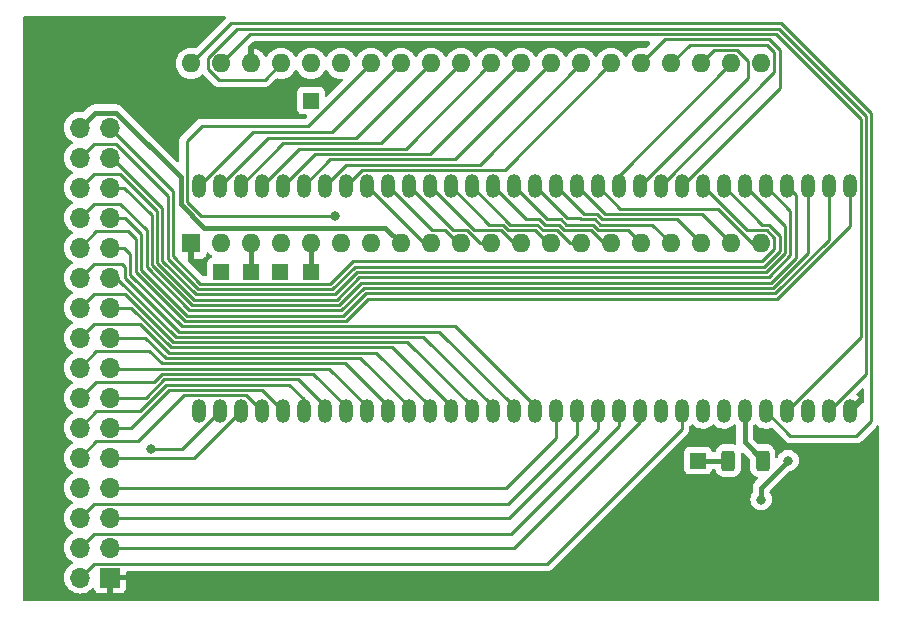
<source format=gbr>
%TF.GenerationSoftware,KiCad,Pcbnew,7.0.9-7.0.9~ubuntu20.04.1*%
%TF.CreationDate,2023-12-28T04:39:14+01:00*%
%TF.ProjectId,M50747_SDIP,4d353037-3437-45f5-9344-49502e6b6963,rev?*%
%TF.SameCoordinates,Original*%
%TF.FileFunction,Copper,L2,Bot*%
%TF.FilePolarity,Positive*%
%FSLAX46Y46*%
G04 Gerber Fmt 4.6, Leading zero omitted, Abs format (unit mm)*
G04 Created by KiCad (PCBNEW 7.0.9-7.0.9~ubuntu20.04.1) date 2023-12-28 04:39:14*
%MOMM*%
%LPD*%
G01*
G04 APERTURE LIST*
G04 Aperture macros list*
%AMRoundRect*
0 Rectangle with rounded corners*
0 $1 Rounding radius*
0 $2 $3 $4 $5 $6 $7 $8 $9 X,Y pos of 4 corners*
0 Add a 4 corners polygon primitive as box body*
4,1,4,$2,$3,$4,$5,$6,$7,$8,$9,$2,$3,0*
0 Add four circle primitives for the rounded corners*
1,1,$1+$1,$2,$3*
1,1,$1+$1,$4,$5*
1,1,$1+$1,$6,$7*
1,1,$1+$1,$8,$9*
0 Add four rect primitives between the rounded corners*
20,1,$1+$1,$2,$3,$4,$5,0*
20,1,$1+$1,$4,$5,$6,$7,0*
20,1,$1+$1,$6,$7,$8,$9,0*
20,1,$1+$1,$8,$9,$2,$3,0*%
G04 Aperture macros list end*
%TA.AperFunction,SMDPad,CuDef*%
%ADD10RoundRect,0.250000X0.312500X0.625000X-0.312500X0.625000X-0.312500X-0.625000X0.312500X-0.625000X0*%
%TD*%
%TA.AperFunction,ComponentPad*%
%ADD11R,1.350000X1.350000*%
%TD*%
%TA.AperFunction,ComponentPad*%
%ADD12R,1.600000X1.600000*%
%TD*%
%TA.AperFunction,ComponentPad*%
%ADD13O,1.600000X1.600000*%
%TD*%
%TA.AperFunction,ComponentPad*%
%ADD14R,1.700000X1.700000*%
%TD*%
%TA.AperFunction,ComponentPad*%
%ADD15O,1.700000X1.700000*%
%TD*%
%TA.AperFunction,ComponentPad*%
%ADD16O,1.200000X2.000000*%
%TD*%
%TA.AperFunction,ViaPad*%
%ADD17C,0.800000*%
%TD*%
%TA.AperFunction,Conductor*%
%ADD18C,0.400000*%
%TD*%
%TA.AperFunction,Conductor*%
%ADD19C,0.250000*%
%TD*%
G04 APERTURE END LIST*
D10*
%TO.P,R1,1*%
%TO.N,Net-(JP1-C)*%
X222127000Y-71120000D03*
%TO.P,R1,2*%
%TO.N,Net-(J2-Pin_1)*%
X219202000Y-71120000D03*
%TD*%
D11*
%TO.P,J2,1,Pin_1*%
%TO.N,Net-(J2-Pin_1)*%
X216662000Y-71120000D03*
%TD*%
%TO.P,J4,1,Pin_1*%
%TO.N,Net-(J4-Pin_1)*%
X183896000Y-40640000D03*
%TD*%
D12*
%TO.P,U3,1,VSS*%
%TO.N,GND*%
X173736000Y-52730400D03*
D13*
%TO.P,U3,2,~{HALT}*%
%TO.N,/~{HALT}*%
X176276000Y-52730400D03*
%TO.P,U3,3,MR*%
%TO.N,Net-(J3-Pin_1)*%
X178816000Y-52730400D03*
%TO.P,U3,4,~{IRQ}*%
%TO.N,/~{IRQ1}*%
X181356000Y-52730400D03*
%TO.P,U3,5,VMA*%
%TO.N,Net-(J6-Pin_1)*%
X183896000Y-52730400D03*
%TO.P,U3,6,~{NMI}*%
%TO.N,/~{NMI}*%
X186436000Y-52730400D03*
%TO.P,U3,7,BA*%
%TO.N,/BA*%
X188976000Y-52730400D03*
%TO.P,U3,8,VCC*%
%TO.N,+5V*%
X191516000Y-52730400D03*
%TO.P,U3,9,A0*%
%TO.N,/A0*%
X194056000Y-52730400D03*
%TO.P,U3,10,A1*%
%TO.N,/A1*%
X196596000Y-52730400D03*
%TO.P,U3,11,A2*%
%TO.N,/A2*%
X199136000Y-52730400D03*
%TO.P,U3,12,A3*%
%TO.N,/A3*%
X201676000Y-52730400D03*
%TO.P,U3,13,A4*%
%TO.N,/A4*%
X204216000Y-52730400D03*
%TO.P,U3,14,A5*%
%TO.N,/A5*%
X206756000Y-52730400D03*
%TO.P,U3,15,A6*%
%TO.N,/A6*%
X209296000Y-52730400D03*
%TO.P,U3,16,A7*%
%TO.N,/A7*%
X211836000Y-52730400D03*
%TO.P,U3,17,A8*%
%TO.N,/A8*%
X214376000Y-52730400D03*
%TO.P,U3,18,A9*%
%TO.N,/A9*%
X216916000Y-52730400D03*
%TO.P,U3,19,A10*%
%TO.N,/A10*%
X219456000Y-52730400D03*
%TO.P,U3,20,A11*%
%TO.N,/A11*%
X221996000Y-52730400D03*
%TO.P,U3,21,VSS*%
%TO.N,GND*%
X221996000Y-37490400D03*
%TO.P,U3,22,A12*%
%TO.N,/A12*%
X219456000Y-37490400D03*
%TO.P,U3,23,A13*%
%TO.N,/A13*%
X216916000Y-37490400D03*
%TO.P,U3,24,A14*%
%TO.N,/A14*%
X214376000Y-37490400D03*
%TO.P,U3,25,A15*%
%TO.N,/A15*%
X211836000Y-37490400D03*
%TO.P,U3,26,D7*%
%TO.N,/D7*%
X209296000Y-37490400D03*
%TO.P,U3,27,D6*%
%TO.N,/D6*%
X206756000Y-37490400D03*
%TO.P,U3,28,D5*%
%TO.N,/D5*%
X204216000Y-37490400D03*
%TO.P,U3,29,D4*%
%TO.N,/D4*%
X201676000Y-37490400D03*
%TO.P,U3,30,D3*%
%TO.N,/D3*%
X199136000Y-37490400D03*
%TO.P,U3,31,D2*%
%TO.N,/D2*%
X196596000Y-37490400D03*
%TO.P,U3,32,D1*%
%TO.N,/D1*%
X194056000Y-37490400D03*
%TO.P,U3,33,D0*%
%TO.N,/D0*%
X191516000Y-37490400D03*
%TO.P,U3,34,R/~{W}*%
%TO.N,/R{slash}~{W}*%
X188976000Y-37490400D03*
%TO.P,U3,35,VCC_STANDBY*%
%TO.N,+5C*%
X186436000Y-37490400D03*
%TO.P,U3,36,RE*%
%TO.N,Net-(J4-Pin_1)*%
X183896000Y-37490400D03*
%TO.P,U3,37,E*%
%TO.N,/PHI2*%
X181356000Y-37490400D03*
%TO.P,U3,38,XTAL*%
%TO.N,GND*%
X178816000Y-37490400D03*
%TO.P,U3,39,EXTAL*%
%TO.N,/CPUCLK*%
X176276000Y-37490400D03*
%TO.P,U3,40,~{RESET}*%
%TO.N,/~{RST}*%
X173736000Y-37490400D03*
%TD*%
D14*
%TO.P,J1,1,Pin_1*%
%TO.N,GND*%
X166878000Y-81026000D03*
D15*
%TO.P,J1,2,Pin_2*%
%TO.N,/SYNC*%
X164338000Y-81026000D03*
%TO.P,J1,3,Pin_3*%
%TO.N,/P33*%
X166878000Y-78486000D03*
%TO.P,J1,4,Pin_4*%
%TO.N,/P34*%
X164338000Y-78486000D03*
%TO.P,J1,5,Pin_5*%
%TO.N,/P35*%
X166878000Y-75946000D03*
%TO.P,J1,6,Pin_6*%
%TO.N,/P36*%
X164338000Y-75946000D03*
%TO.P,J1,7,Pin_7*%
%TO.N,/P37*%
X166878000Y-73406000D03*
%TO.P,J1,8,Pin_8*%
%TO.N,/P67*%
X164338000Y-73406000D03*
%TO.P,J1,9,Pin_9*%
%TO.N,/P66*%
X166878000Y-70866000D03*
%TO.P,J1,10,Pin_10*%
%TO.N,/P65*%
X164338000Y-70866000D03*
%TO.P,J1,11,Pin_11*%
%TO.N,/P64*%
X166878000Y-68326000D03*
%TO.P,J1,12,Pin_12*%
%TO.N,/P63*%
X164338000Y-68326000D03*
%TO.P,J1,13,Pin_13*%
%TO.N,/P62*%
X166878000Y-65786000D03*
%TO.P,J1,14,Pin_14*%
%TO.N,/P61*%
X164338000Y-65786000D03*
%TO.P,J1,15,Pin_15*%
%TO.N,/P60*%
X166878000Y-63246000D03*
%TO.P,J1,16,Pin_16*%
%TO.N,/P47*%
X164338000Y-63246000D03*
%TO.P,J1,17,Pin_17*%
%TO.N,/P46*%
X166878000Y-60706000D03*
%TO.P,J1,18,Pin_18*%
%TO.N,/P45*%
X164338000Y-60706000D03*
%TO.P,J1,19,Pin_19*%
%TO.N,/P44*%
X166878000Y-58166000D03*
%TO.P,J1,20,Pin_20*%
%TO.N,/P43*%
X164338000Y-58166000D03*
%TO.P,J1,21,Pin_21*%
%TO.N,/P42*%
X166878000Y-55626000D03*
%TO.P,J1,22,Pin_22*%
%TO.N,/P41*%
X164338000Y-55626000D03*
%TO.P,J1,23,Pin_23*%
%TO.N,/P40*%
X166878000Y-53086000D03*
%TO.P,J1,24,Pin_24*%
%TO.N,/P57*%
X164338000Y-53086000D03*
%TO.P,J1,25,Pin_25*%
%TO.N,/P56*%
X166878000Y-50546000D03*
%TO.P,J1,26,Pin_26*%
%TO.N,/P55*%
X164338000Y-50546000D03*
%TO.P,J1,27,Pin_27*%
%TO.N,/P54*%
X166878000Y-48006000D03*
%TO.P,J1,28,Pin_28*%
%TO.N,/P53*%
X164338000Y-48006000D03*
%TO.P,J1,29,Pin_29*%
%TO.N,/P52*%
X166878000Y-45466000D03*
%TO.P,J1,30,Pin_30*%
%TO.N,/P51*%
X164338000Y-45466000D03*
%TO.P,J1,31,Pin_31*%
%TO.N,/P50*%
X166878000Y-42926000D03*
%TO.P,J1,32,Pin_32*%
%TO.N,+5V*%
X164338000Y-42926000D03*
%TD*%
D11*
%TO.P,J7,1,Pin_1*%
%TO.N,/BA*%
X181229000Y-55118000D03*
%TD*%
%TO.P,J6,1,Pin_1*%
%TO.N,Net-(J6-Pin_1)*%
X183896000Y-55118000D03*
%TD*%
D16*
%TO.P,U1,1,Vcc*%
%TO.N,+5V*%
X174371000Y-66929000D03*
%TO.P,U1,2,P67*%
%TO.N,/P67*%
X176149000Y-66929000D03*
%TO.P,U1,3,P66*%
%TO.N,/P66*%
X177927000Y-66929000D03*
%TO.P,U1,4,P65*%
%TO.N,/P65*%
X179705000Y-66929000D03*
%TO.P,U1,5,P64*%
%TO.N,/P64*%
X181483000Y-66929000D03*
%TO.P,U1,6,P63*%
%TO.N,/P63*%
X183261000Y-66929000D03*
%TO.P,U1,7,P62*%
%TO.N,/P62*%
X185039000Y-66929000D03*
%TO.P,U1,8,P61*%
%TO.N,/P61*%
X186817000Y-66929000D03*
%TO.P,U1,9,P60*%
%TO.N,/P60*%
X188595000Y-66929000D03*
%TO.P,U1,10,P47*%
%TO.N,/P47*%
X190373000Y-66929000D03*
%TO.P,U1,11,P46*%
%TO.N,/P46*%
X192151000Y-66929000D03*
%TO.P,U1,12,P45*%
%TO.N,/P45*%
X193929000Y-66929000D03*
%TO.P,U1,13,P44*%
%TO.N,/P44*%
X195707000Y-66929000D03*
%TO.P,U1,14,P43*%
%TO.N,/P43*%
X197485000Y-66929000D03*
%TO.P,U1,15,P42*%
%TO.N,/P42*%
X199263000Y-66929000D03*
%TO.P,U1,16,P41*%
%TO.N,/P41*%
X201041000Y-66929000D03*
%TO.P,U1,17,P40*%
%TO.N,/P40*%
X202819000Y-66929000D03*
%TO.P,U1,18,P37/SRDY*%
%TO.N,/P37*%
X204597000Y-66929000D03*
%TO.P,U1,19,P36/CLK*%
%TO.N,/P36*%
X206375000Y-66929000D03*
%TO.P,U1,20,P35/TxD*%
%TO.N,/P35*%
X208153000Y-66929000D03*
%TO.P,U1,21,P34/RxD*%
%TO.N,/P34*%
X209931000Y-66929000D03*
%TO.P,U1,22,P33/CNTR*%
%TO.N,/P33*%
X211709000Y-66929000D03*
%TO.P,U1,23,P32/~{INT2}*%
%TO.N,/~{NMI}*%
X213487000Y-66929000D03*
%TO.P,U1,24,P31/SYNC*%
%TO.N,/SYNC*%
X215265000Y-66929000D03*
%TO.P,U1,25,P30/R/~{W}*%
%TO.N,/R{slash}~{W}*%
X217043000Y-66929000D03*
%TO.P,U1,26,~{INT1}*%
%TO.N,/~{IRQ1}*%
X218821000Y-66929000D03*
%TO.P,U1,27,CNVSS*%
%TO.N,Net-(JP1-C)*%
X220599000Y-66929000D03*
%TO.P,U1,28,~{RST}*%
%TO.N,/~{RST}*%
X222377000Y-66929000D03*
%TO.P,U1,29,EXTAL/CLK*%
%TO.N,/CPUCLK*%
X224155000Y-66929000D03*
%TO.P,U1,30,XTAL*%
%TO.N,unconnected-(U1-XTAL-Pad30)*%
X225933000Y-66929000D03*
%TO.P,U1,31,PHI*%
%TO.N,/PHI2*%
X227711000Y-66929000D03*
%TO.P,U1,32,GND*%
%TO.N,GND*%
X229489000Y-66929000D03*
%TO.P,U1,33,P57*%
%TO.N,/P57*%
X229489000Y-47879000D03*
%TO.P,U1,34,P56*%
%TO.N,/P56*%
X227711000Y-47879000D03*
%TO.P,U1,35,P55*%
%TO.N,/P55*%
X225933000Y-47879000D03*
%TO.P,U1,36,P54*%
%TO.N,/P54*%
X224155000Y-47879000D03*
%TO.P,U1,37,P53*%
%TO.N,/P53*%
X222377000Y-47879000D03*
%TO.P,U1,38,P52*%
%TO.N,/P52*%
X220599000Y-47879000D03*
%TO.P,U1,39,P51*%
%TO.N,/P51*%
X218821000Y-47879000D03*
%TO.P,U1,40,P50*%
%TO.N,/P50*%
X217043000Y-47879000D03*
%TO.P,U1,41,A15*%
%TO.N,/A15*%
X215265000Y-47879000D03*
%TO.P,U1,42,A14*%
%TO.N,/A14*%
X213487000Y-47879000D03*
%TO.P,U1,43,A13*%
%TO.N,/A13*%
X211709000Y-47879000D03*
%TO.P,U1,44,A12*%
%TO.N,/A12*%
X209931000Y-47879000D03*
%TO.P,U1,45,A11*%
%TO.N,/A11*%
X208153000Y-47879000D03*
%TO.P,U1,46,A10*%
%TO.N,/A10*%
X206375000Y-47879000D03*
%TO.P,U1,47,A9*%
%TO.N,/A9*%
X204597000Y-47879000D03*
%TO.P,U1,48,A8*%
%TO.N,/A8*%
X202819000Y-47879000D03*
%TO.P,U1,49,A7*%
%TO.N,/A7*%
X201041000Y-47879000D03*
%TO.P,U1,50,A6*%
%TO.N,/A6*%
X199263000Y-47879000D03*
%TO.P,U1,51,A5*%
%TO.N,/A5*%
X197485000Y-47879000D03*
%TO.P,U1,52,A4*%
%TO.N,/A4*%
X195707000Y-47879000D03*
%TO.P,U1,53,A3*%
%TO.N,/A3*%
X193929000Y-47879000D03*
%TO.P,U1,54,A2*%
%TO.N,/A2*%
X192151000Y-47879000D03*
%TO.P,U1,55,A1*%
%TO.N,/A1*%
X190373000Y-47879000D03*
%TO.P,U1,56,A0*%
%TO.N,/A0*%
X188595000Y-47879000D03*
%TO.P,U1,57,D7*%
%TO.N,/D7*%
X186817000Y-47879000D03*
%TO.P,U1,58,D6*%
%TO.N,/D6*%
X185039000Y-47879000D03*
%TO.P,U1,59,D5*%
%TO.N,/D5*%
X183261000Y-47879000D03*
%TO.P,U1,60,D4*%
%TO.N,/D4*%
X181483000Y-47879000D03*
%TO.P,U1,61,D3*%
%TO.N,/D3*%
X179705000Y-47879000D03*
%TO.P,U1,62,D2*%
%TO.N,/D2*%
X177927000Y-47879000D03*
%TO.P,U1,63,D1*%
%TO.N,/D1*%
X176149000Y-47879000D03*
%TO.P,U1,64,D0*%
%TO.N,/D0*%
X174371000Y-47879000D03*
%TD*%
D11*
%TO.P,J8,1,Pin_1*%
%TO.N,/~{HALT}*%
X176276000Y-55118000D03*
%TD*%
%TO.P,J3,1,Pin_1*%
%TO.N,Net-(J3-Pin_1)*%
X178816000Y-55118000D03*
%TD*%
D17*
%TO.N,+5V*%
X221996000Y-74422000D03*
X224282000Y-71120000D03*
%TO.N,/R{slash}~{W}*%
X185928000Y-50419000D03*
%TO.N,/P67*%
X170307000Y-70104000D03*
%TD*%
D18*
%TO.N,+5V*%
X221996000Y-74422000D02*
X221996000Y-73406000D01*
X221996000Y-73406000D02*
X224282000Y-71120000D01*
%TO.N,Net-(J2-Pin_1)*%
X219202000Y-71120000D02*
X216662000Y-71120000D01*
%TO.N,Net-(JP1-C)*%
X222127000Y-71120000D02*
X220599000Y-69592000D01*
X220599000Y-69592000D02*
X220599000Y-66929000D01*
%TO.N,+5V*%
X190181600Y-51396000D02*
X191516000Y-52730400D01*
X164338000Y-42926000D02*
X165588000Y-41676000D01*
X167395767Y-41676000D02*
X172839000Y-47119233D01*
X172839000Y-47119233D02*
X172839000Y-49411746D01*
X172839000Y-49411746D02*
X174823254Y-51396000D01*
X174823254Y-51396000D02*
X190181600Y-51396000D01*
X165588000Y-41676000D02*
X167395767Y-41676000D01*
D19*
%TO.N,/P50*%
X220769400Y-51605400D02*
X217043000Y-47879000D01*
X223121000Y-53196391D02*
X223121000Y-52264409D01*
X185520228Y-56151000D02*
X187417228Y-54254000D01*
X172212000Y-53838228D02*
X174524772Y-56151000D01*
X166878000Y-42926000D02*
X172212000Y-48260000D01*
X223121000Y-52264409D02*
X222461991Y-51605400D01*
X172212000Y-48260000D02*
X172212000Y-53838228D01*
X187417228Y-54254000D02*
X222063391Y-54254000D01*
X222461991Y-51605400D02*
X220769400Y-51605400D01*
X174524772Y-56151000D02*
X185520228Y-56151000D01*
X222063391Y-54254000D02*
X223121000Y-53196391D01*
%TO.N,/P47*%
X190373000Y-66529000D02*
X190373000Y-66929000D01*
X165703000Y-61881000D02*
X170212000Y-61881000D01*
X164338000Y-63246000D02*
X165703000Y-61881000D01*
X171232000Y-62901000D02*
X186745000Y-62901000D01*
X170212000Y-61881000D02*
X171232000Y-62901000D01*
X186745000Y-62901000D02*
X190373000Y-66529000D01*
%TO.N,/P46*%
X169856624Y-60706000D02*
X171601624Y-62451000D01*
X171601624Y-62451000D02*
X188073000Y-62451000D01*
X188073000Y-62451000D02*
X192151000Y-66529000D01*
X192151000Y-66529000D02*
X192151000Y-66929000D01*
X166878000Y-60706000D02*
X169856624Y-60706000D01*
%TO.N,/~{RST}*%
X231336000Y-41723604D02*
X231336000Y-67750396D01*
X231336000Y-67750396D02*
X230056396Y-69030000D01*
X177132400Y-34094000D02*
X223706396Y-34094000D01*
X173736000Y-37490400D02*
X177132400Y-34094000D01*
X230056396Y-69030000D02*
X224478000Y-69030000D01*
X224478000Y-69030000D02*
X222377000Y-66929000D01*
X223706396Y-34094000D02*
X231336000Y-41723604D01*
%TO.N,/P45*%
X193929000Y-66529000D02*
X193929000Y-66929000D01*
X189401000Y-62001000D02*
X193929000Y-66529000D01*
X169387396Y-59531000D02*
X171857396Y-62001000D01*
X164338000Y-60706000D02*
X165513000Y-59531000D01*
X165513000Y-59531000D02*
X169387396Y-59531000D01*
X171857396Y-62001000D02*
X189401000Y-62001000D01*
%TO.N,/P44*%
X168658792Y-58166000D02*
X172043792Y-61551000D01*
X172043792Y-61551000D02*
X190729000Y-61551000D01*
X166878000Y-58166000D02*
X168658792Y-58166000D01*
X195707000Y-66529000D02*
X195707000Y-66929000D01*
X190729000Y-61551000D02*
X195707000Y-66529000D01*
%TO.N,/A15*%
X213861000Y-35465400D02*
X211836000Y-37490400D01*
X222663400Y-35465400D02*
X213861000Y-35465400D01*
X215265000Y-47879000D02*
X223571000Y-39573000D01*
X223571000Y-36373000D02*
X222663400Y-35465400D01*
X223571000Y-39573000D02*
X223571000Y-36373000D01*
%TO.N,/A14*%
X223121000Y-38245000D02*
X223121000Y-36559396D01*
X222477004Y-35915400D02*
X215951000Y-35915400D01*
X213487000Y-47879000D02*
X223121000Y-38245000D01*
X223121000Y-36559396D02*
X222477004Y-35915400D01*
X215951000Y-35915400D02*
X214376000Y-37490400D01*
%TO.N,/A13*%
X220871000Y-37314409D02*
X219921991Y-36365400D01*
X219921991Y-36365400D02*
X218041000Y-36365400D01*
X220871000Y-38717000D02*
X220871000Y-37314409D01*
X211709000Y-47879000D02*
X220871000Y-38717000D01*
X218041000Y-36365400D02*
X216916000Y-37490400D01*
%TO.N,/A12*%
X209931000Y-47015400D02*
X219456000Y-37490400D01*
X209931000Y-47879000D02*
X209931000Y-47015400D01*
%TO.N,/A11*%
X210079400Y-49805400D02*
X218333004Y-49805400D01*
X208153000Y-47879000D02*
X210079400Y-49805400D01*
X218333004Y-49805400D02*
X221258004Y-52730400D01*
X221258004Y-52730400D02*
X221996000Y-52730400D01*
%TO.N,/A10*%
X206375000Y-47879000D02*
X208751400Y-50255400D01*
X208751400Y-50255400D02*
X216981000Y-50255400D01*
X216981000Y-50255400D02*
X219456000Y-52730400D01*
%TO.N,/A9*%
X204597000Y-47879000D02*
X206973400Y-50255400D01*
X208115004Y-50255400D02*
X208565004Y-50705400D01*
X206973400Y-50255400D02*
X208115004Y-50255400D01*
X214891000Y-50705400D02*
X216916000Y-52730400D01*
X208565004Y-50705400D02*
X214891000Y-50705400D01*
%TO.N,/A8*%
X205531779Y-50546000D02*
X206627604Y-50546000D01*
X207928608Y-50705400D02*
X208378608Y-51155400D01*
X202864779Y-47879000D02*
X205531779Y-50546000D01*
X206787004Y-50705400D02*
X207928608Y-50705400D01*
X208378608Y-51155400D02*
X212801000Y-51155400D01*
X202819000Y-47879000D02*
X202864779Y-47879000D01*
X206627604Y-50546000D02*
X206787004Y-50705400D01*
X212801000Y-51155400D02*
X214376000Y-52730400D01*
%TO.N,/D7*%
X188181000Y-46515000D02*
X186817000Y-47879000D01*
X209296000Y-37490400D02*
X200271400Y-46515000D01*
X200271400Y-46515000D02*
X188181000Y-46515000D01*
%TO.N,/D6*%
X198181400Y-46065000D02*
X186853000Y-46065000D01*
X206756000Y-37490400D02*
X198181400Y-46065000D01*
X186853000Y-46065000D02*
X185039000Y-47879000D01*
%TO.N,/D5*%
X196091400Y-45615000D02*
X185525000Y-45615000D01*
X204216000Y-37490400D02*
X196091400Y-45615000D01*
X185525000Y-45615000D02*
X183261000Y-47879000D01*
%TO.N,/D4*%
X201676000Y-37490400D02*
X194001400Y-45165000D01*
X194001400Y-45165000D02*
X184197000Y-45165000D01*
X184197000Y-45165000D02*
X181483000Y-47879000D01*
%TO.N,/D3*%
X199136000Y-37490400D02*
X191911400Y-44715000D01*
X191911400Y-44715000D02*
X182869000Y-44715000D01*
X182869000Y-44715000D02*
X179705000Y-47879000D01*
%TO.N,/D2*%
X181541000Y-44265000D02*
X177927000Y-47879000D01*
X196596000Y-37490400D02*
X189821400Y-44265000D01*
X189821400Y-44265000D02*
X181541000Y-44265000D01*
%TO.N,/D1*%
X187731400Y-43815000D02*
X180213000Y-43815000D01*
X180213000Y-43815000D02*
X176149000Y-47879000D01*
X194056000Y-37490400D02*
X187731400Y-43815000D01*
%TO.N,/D0*%
X191516000Y-37490400D02*
X185699400Y-43307000D01*
X185699400Y-43307000D02*
X178943000Y-43307000D01*
X178943000Y-43307000D02*
X174371000Y-47879000D01*
%TO.N,/R{slash}~{W}*%
X173364000Y-44060000D02*
X174625000Y-42799000D01*
X185928000Y-50419000D02*
X174588716Y-50419000D01*
X174588716Y-50419000D02*
X173364000Y-49194284D01*
X173364000Y-49194284D02*
X173364000Y-44060000D01*
X174625000Y-42799000D02*
X183667400Y-42799000D01*
X183667400Y-42799000D02*
X188976000Y-37490400D01*
D18*
%TO.N,Net-(J6-Pin_1)*%
X183896000Y-55118000D02*
X183896000Y-52730400D01*
D19*
%TO.N,/A0*%
X188595000Y-47879000D02*
X193446400Y-52730400D01*
X193446400Y-52730400D02*
X194056000Y-52730400D01*
%TO.N,/A1*%
X196366004Y-52730400D02*
X196596000Y-52730400D01*
X190373000Y-47879000D02*
X194099400Y-51605400D01*
X195241004Y-51605400D02*
X196366004Y-52730400D01*
X194099400Y-51605400D02*
X195241004Y-51605400D01*
%TO.N,/A2*%
X197061991Y-51605400D02*
X198186991Y-52730400D01*
X195877400Y-51605400D02*
X197061991Y-51605400D01*
X198186991Y-52730400D02*
X199136000Y-52730400D01*
X192151000Y-47879000D02*
X195877400Y-51605400D01*
%TO.N,/A3*%
X193971987Y-47879000D02*
X197698387Y-51605400D01*
X197698387Y-51605400D02*
X199938608Y-51605400D01*
X193929000Y-47879000D02*
X193971987Y-47879000D01*
X199938608Y-51605400D02*
X201063608Y-52730400D01*
X201063608Y-52730400D02*
X201676000Y-52730400D01*
%TO.N,/A4*%
X203983212Y-52730400D02*
X204216000Y-52730400D01*
X202858212Y-51605400D02*
X203983212Y-52730400D01*
X200125004Y-51155400D02*
X200575004Y-51605400D01*
X198983400Y-51155400D02*
X200125004Y-51155400D01*
X200575004Y-51605400D02*
X202858212Y-51605400D01*
X195707000Y-47879000D02*
X198983400Y-51155400D01*
%TO.N,/A5*%
X203494608Y-51605400D02*
X204681991Y-51605400D01*
X204681991Y-51605400D02*
X205806991Y-52730400D01*
X203044608Y-51155400D02*
X203494608Y-51605400D01*
X200761400Y-51155400D02*
X203044608Y-51155400D01*
X205806991Y-52730400D02*
X206756000Y-52730400D01*
X197485000Y-47879000D02*
X200761400Y-51155400D01*
%TO.N,/A6*%
X205318387Y-51605400D02*
X207555816Y-51605400D01*
X199263000Y-47879000D02*
X202089400Y-50705400D01*
X204868387Y-51155400D02*
X205318387Y-51605400D01*
X203681004Y-51155400D02*
X204868387Y-51155400D01*
X203231004Y-50705400D02*
X203681004Y-51155400D01*
X208680816Y-52730400D02*
X209296000Y-52730400D01*
X207555816Y-51605400D02*
X208680816Y-52730400D01*
X202089400Y-50705400D02*
X203231004Y-50705400D01*
%TO.N,/A7*%
X203867400Y-50705400D02*
X205054783Y-50705400D01*
X205054783Y-50705400D02*
X205504783Y-51155400D01*
X201041000Y-47879000D02*
X203867400Y-50705400D01*
X207742212Y-51155400D02*
X208192212Y-51605400D01*
X208192212Y-51605400D02*
X210711000Y-51605400D01*
X205504783Y-51155400D02*
X207742212Y-51155400D01*
X210711000Y-51605400D02*
X211836000Y-52730400D01*
%TO.N,/PHI2*%
X223541400Y-34565400D02*
X177610009Y-34565400D01*
X175151000Y-37024409D02*
X175151000Y-37956391D01*
X230886000Y-41910000D02*
X223541400Y-34565400D01*
X177610009Y-34565400D02*
X175151000Y-37024409D01*
X230886000Y-63754000D02*
X230886000Y-41910000D01*
X176056609Y-38862000D02*
X179984400Y-38862000D01*
X175151000Y-37956391D02*
X176056609Y-38862000D01*
X179984400Y-38862000D02*
X181356000Y-37490400D01*
X227711000Y-66929000D02*
X230886000Y-63754000D01*
%TO.N,/CPUCLK*%
X178751000Y-35015400D02*
X223229400Y-35015400D01*
X230436000Y-42222000D02*
X230436000Y-60648000D01*
X223229400Y-35015400D02*
X230436000Y-42222000D01*
X230436000Y-60648000D02*
X224155000Y-66929000D01*
X176276000Y-37490400D02*
X178751000Y-35015400D01*
%TO.N,/P43*%
X192057000Y-61101000D02*
X197485000Y-66529000D01*
X172230188Y-61101000D02*
X192057000Y-61101000D01*
X164338000Y-58166000D02*
X165513000Y-56991000D01*
X168120188Y-56991000D02*
X172230188Y-61101000D01*
X165513000Y-56991000D02*
X168120188Y-56991000D01*
X197485000Y-66529000D02*
X197485000Y-66929000D01*
%TO.N,/P42*%
X193385000Y-60651000D02*
X199263000Y-66529000D01*
X166878000Y-55626000D02*
X167391584Y-55626000D01*
X172416584Y-60651000D02*
X193385000Y-60651000D01*
X167391584Y-55626000D02*
X172416584Y-60651000D01*
X199263000Y-66529000D02*
X199263000Y-66929000D01*
%TO.N,/P41*%
X201041000Y-66529000D02*
X201041000Y-66929000D01*
X165513000Y-54451000D02*
X167862000Y-54451000D01*
X168148000Y-54737000D02*
X168148000Y-55651000D01*
X167862000Y-54451000D02*
X168148000Y-54737000D01*
X164338000Y-55626000D02*
X165513000Y-54451000D01*
X194713000Y-60201000D02*
X201041000Y-66529000D01*
X172698000Y-60201000D02*
X194713000Y-60201000D01*
X168148000Y-55651000D02*
X172698000Y-60201000D01*
D18*
%TO.N,Net-(J3-Pin_1)*%
X178816000Y-52730400D02*
X178816000Y-55118000D01*
D19*
%TO.N,/P40*%
X202819000Y-66529000D02*
X196041000Y-59751000D01*
X168598000Y-53603919D02*
X168080081Y-53086000D01*
X168080081Y-53086000D02*
X166878000Y-53086000D01*
X202819000Y-66929000D02*
X202819000Y-66529000D01*
X172952000Y-59751000D02*
X168598000Y-55397000D01*
X168598000Y-55397000D02*
X168598000Y-53603919D01*
X196041000Y-59751000D02*
X172952000Y-59751000D01*
%TO.N,/P51*%
X167364701Y-44291000D02*
X171762000Y-48688299D01*
X223571000Y-52078013D02*
X222648387Y-51155400D01*
X223571000Y-53382787D02*
X223571000Y-52078013D01*
X165513000Y-44291000D02*
X167364701Y-44291000D01*
X171762000Y-48688299D02*
X171762000Y-54024624D01*
X174338376Y-56601000D02*
X185706624Y-56601000D01*
X171762000Y-54024624D02*
X174338376Y-56601000D01*
X222097400Y-51155400D02*
X218821000Y-47879000D01*
X185706624Y-56601000D02*
X187603624Y-54704000D01*
X222249787Y-54704000D02*
X223571000Y-53382787D01*
X222648387Y-51155400D02*
X222097400Y-51155400D01*
X164338000Y-45466000D02*
X165513000Y-44291000D01*
X187603624Y-54704000D02*
X222249787Y-54704000D01*
%TO.N,/P52*%
X167006396Y-45466000D02*
X171312000Y-49771604D01*
X174151980Y-57051000D02*
X185893020Y-57051000D01*
X171312000Y-54211020D02*
X174151980Y-57051000D01*
X222436183Y-55154000D02*
X224021000Y-53569183D01*
X166878000Y-45466000D02*
X167006396Y-45466000D01*
X224021000Y-53569183D02*
X224021000Y-51301000D01*
X187790020Y-55154000D02*
X222436183Y-55154000D01*
X185893020Y-57051000D02*
X187790020Y-55154000D01*
X224021000Y-51301000D02*
X220599000Y-47879000D01*
X171312000Y-49771604D02*
X171312000Y-54211020D01*
%TO.N,/P53*%
X224471000Y-53755579D02*
X224471000Y-49973000D01*
X167735000Y-46831000D02*
X170862000Y-49958000D01*
X164338000Y-48006000D02*
X165513000Y-46831000D01*
X170862000Y-49958000D02*
X170862000Y-54397416D01*
X222622579Y-55604000D02*
X224471000Y-53755579D01*
X186079416Y-57501000D02*
X187976416Y-55604000D01*
X224471000Y-49973000D02*
X222377000Y-47879000D01*
X165513000Y-46831000D02*
X167735000Y-46831000D01*
X187976416Y-55604000D02*
X222622579Y-55604000D01*
X170862000Y-54397416D02*
X173965584Y-57501000D01*
X173965584Y-57501000D02*
X186079416Y-57501000D01*
%TO.N,/P54*%
X173779188Y-57951000D02*
X186265812Y-57951000D01*
X222808975Y-56054000D02*
X224921000Y-53941975D01*
X166878000Y-48006000D02*
X168080081Y-48006000D01*
X188162812Y-56054000D02*
X222808975Y-56054000D01*
X170412000Y-50337919D02*
X170412000Y-54583812D01*
X170412000Y-54583812D02*
X173779188Y-57951000D01*
X168080081Y-48006000D02*
X170412000Y-50337919D01*
X224921000Y-53941975D02*
X224921000Y-48645000D01*
X186265812Y-57951000D02*
X188162812Y-56054000D01*
X224921000Y-48645000D02*
X224155000Y-47879000D01*
%TO.N,/P55*%
X169962000Y-51596604D02*
X169962000Y-54770208D01*
X173592792Y-58401000D02*
X186452208Y-58401000D01*
X188349208Y-56504000D02*
X222995371Y-56504000D01*
X165513000Y-49371000D02*
X167736396Y-49371000D01*
X167736396Y-49371000D02*
X169962000Y-51596604D01*
X225933000Y-53566371D02*
X225933000Y-47879000D01*
X222995371Y-56504000D02*
X225933000Y-53566371D01*
X164338000Y-50546000D02*
X165513000Y-49371000D01*
X186452208Y-58401000D02*
X188349208Y-56504000D01*
X169962000Y-54770208D02*
X173592792Y-58401000D01*
%TO.N,/P56*%
X227711000Y-52424767D02*
X227711000Y-47879000D01*
X169512000Y-54956604D02*
X173406396Y-58851000D01*
X223181767Y-56954000D02*
X227711000Y-52424767D01*
X188535604Y-56954000D02*
X223181767Y-56954000D01*
X186638604Y-58851000D02*
X188535604Y-56954000D01*
X169512000Y-51910000D02*
X169512000Y-54956604D01*
X173406396Y-58851000D02*
X186638604Y-58851000D01*
X168148000Y-50546000D02*
X169512000Y-51910000D01*
X166878000Y-50546000D02*
X168148000Y-50546000D01*
%TO.N,/P57*%
X165703000Y-51721000D02*
X168434000Y-51721000D01*
X164338000Y-53086000D02*
X165703000Y-51721000D01*
X168434000Y-51721000D02*
X169062000Y-52349000D01*
X188722000Y-57404000D02*
X223368163Y-57404000D01*
X169062000Y-52349000D02*
X169062000Y-55143000D01*
X186825000Y-59301000D02*
X188722000Y-57404000D01*
X169062000Y-55143000D02*
X173220000Y-59301000D01*
X229489000Y-51283163D02*
X229489000Y-47879000D01*
X223368163Y-57404000D02*
X229489000Y-51283163D01*
X173220000Y-59301000D02*
X186825000Y-59301000D01*
%TO.N,/P60*%
X188595000Y-66529000D02*
X188595000Y-66929000D01*
X166983000Y-63351000D02*
X185417000Y-63351000D01*
X185417000Y-63351000D02*
X188595000Y-66529000D01*
X166878000Y-63246000D02*
X166983000Y-63351000D01*
%TO.N,/P61*%
X170636812Y-64436000D02*
X171271812Y-63801000D01*
X186817000Y-66529000D02*
X186817000Y-66929000D01*
X171271812Y-63801000D02*
X184089000Y-63801000D01*
X164338000Y-65786000D02*
X165688000Y-64436000D01*
X184089000Y-63801000D02*
X186817000Y-66529000D01*
X165688000Y-64436000D02*
X170636812Y-64436000D01*
%TO.N,/P62*%
X182761000Y-64251000D02*
X185039000Y-66529000D01*
X171458208Y-64251000D02*
X182761000Y-64251000D01*
X166878000Y-65786000D02*
X169923208Y-65786000D01*
X169923208Y-65786000D02*
X171458208Y-64251000D01*
X185039000Y-66529000D02*
X185039000Y-66929000D01*
%TO.N,/P63*%
X165703000Y-66961000D02*
X169384604Y-66961000D01*
X182049000Y-64701000D02*
X183261000Y-65913000D01*
X164338000Y-68326000D02*
X165703000Y-66961000D01*
X169384604Y-66961000D02*
X171644604Y-64701000D01*
X171644604Y-64701000D02*
X182049000Y-64701000D01*
X183261000Y-65913000D02*
X183261000Y-66929000D01*
%TO.N,/P64*%
X171831000Y-65151000D02*
X179705000Y-65151000D01*
X179705000Y-65151000D02*
X181483000Y-66929000D01*
X168656000Y-68326000D02*
X171831000Y-65151000D01*
X166878000Y-68326000D02*
X168656000Y-68326000D01*
%TO.N,/P65*%
X178380000Y-65604000D02*
X179705000Y-66929000D01*
X169259000Y-69501000D02*
X173156000Y-65604000D01*
X173156000Y-65604000D02*
X178380000Y-65604000D01*
X164338000Y-70866000D02*
X165703000Y-69501000D01*
X165703000Y-69501000D02*
X169259000Y-69501000D01*
%TO.N,/P66*%
X173990000Y-70866000D02*
X177927000Y-66929000D01*
X166878000Y-70866000D02*
X173990000Y-70866000D01*
%TO.N,/P67*%
X172974000Y-70104000D02*
X170307000Y-70104000D01*
X176149000Y-66929000D02*
X172974000Y-70104000D01*
%TO.N,/SYNC*%
X215265000Y-68453000D02*
X203867000Y-79851000D01*
X165513000Y-79851000D02*
X164338000Y-81026000D01*
X203867000Y-79851000D02*
X165513000Y-79851000D01*
X215265000Y-66929000D02*
X215265000Y-68453000D01*
%TO.N,/P37*%
X204597000Y-69215000D02*
X202565000Y-71247000D01*
X204597000Y-66929000D02*
X204597000Y-69215000D01*
X200406000Y-73406000D02*
X202565000Y-71247000D01*
X166878000Y-73406000D02*
X200406000Y-73406000D01*
%TO.N,/P36*%
X164338000Y-75946000D02*
X165513000Y-74771000D01*
X206375000Y-68961000D02*
X206375000Y-66929000D01*
X200565000Y-74771000D02*
X206375000Y-68961000D01*
X165513000Y-74771000D02*
X200565000Y-74771000D01*
%TO.N,/P35*%
X208153000Y-68453000D02*
X208153000Y-66929000D01*
X166878000Y-75946000D02*
X200660000Y-75946000D01*
X200660000Y-75946000D02*
X208153000Y-68453000D01*
%TO.N,/P34*%
X164338000Y-78486000D02*
X165513000Y-77311000D01*
X165513000Y-77311000D02*
X200819000Y-77311000D01*
X200819000Y-77311000D02*
X209931000Y-68199000D01*
X209931000Y-68199000D02*
X209931000Y-66929000D01*
%TO.N,/P33*%
X211709000Y-66929000D02*
X211709000Y-67818000D01*
X211709000Y-67818000D02*
X201041000Y-78486000D01*
X201041000Y-78486000D02*
X166878000Y-78486000D01*
%TD*%
%TA.AperFunction,Conductor*%
%TO.N,GND*%
G36*
X176608986Y-33520185D02*
G01*
X176654741Y-33572989D01*
X176664685Y-33642147D01*
X176635660Y-33705703D01*
X176629628Y-33712181D01*
X174150821Y-36190986D01*
X174089498Y-36224471D01*
X174031048Y-36223080D01*
X173962697Y-36204766D01*
X173962693Y-36204765D01*
X173962692Y-36204765D01*
X173849346Y-36194848D01*
X173736001Y-36184932D01*
X173735998Y-36184932D01*
X173509313Y-36204764D01*
X173509302Y-36204766D01*
X173289511Y-36263658D01*
X173289502Y-36263661D01*
X173083267Y-36359831D01*
X173083265Y-36359832D01*
X172896858Y-36490354D01*
X172735954Y-36651258D01*
X172605432Y-36837665D01*
X172605431Y-36837667D01*
X172509261Y-37043902D01*
X172509258Y-37043911D01*
X172450366Y-37263702D01*
X172450364Y-37263713D01*
X172430532Y-37490398D01*
X172430532Y-37490401D01*
X172450364Y-37717086D01*
X172450366Y-37717097D01*
X172509258Y-37936888D01*
X172509261Y-37936897D01*
X172605431Y-38143132D01*
X172605432Y-38143134D01*
X172735954Y-38329541D01*
X172896858Y-38490445D01*
X172896861Y-38490447D01*
X173083266Y-38620968D01*
X173289504Y-38717139D01*
X173509308Y-38776035D01*
X173666780Y-38789812D01*
X173735998Y-38795868D01*
X173736000Y-38795868D01*
X173736002Y-38795868D01*
X173805220Y-38789812D01*
X173962692Y-38776035D01*
X174182496Y-38717139D01*
X174388734Y-38620968D01*
X174575139Y-38490447D01*
X174600122Y-38465462D01*
X174661442Y-38431979D01*
X174731134Y-38436962D01*
X174775483Y-38465464D01*
X175555803Y-39245784D01*
X175565628Y-39258048D01*
X175565849Y-39257866D01*
X175570819Y-39263873D01*
X175570822Y-39263876D01*
X175570823Y-39263877D01*
X175621260Y-39311241D01*
X175642139Y-39332120D01*
X175647613Y-39336366D01*
X175652051Y-39340156D01*
X175686027Y-39372062D01*
X175686031Y-39372064D01*
X175703582Y-39381713D01*
X175719840Y-39392392D01*
X175735673Y-39404674D01*
X175757624Y-39414172D01*
X175778446Y-39423183D01*
X175783690Y-39425752D01*
X175824517Y-39448197D01*
X175843921Y-39453179D01*
X175862319Y-39459478D01*
X175880714Y-39467438D01*
X175926738Y-39474726D01*
X175932441Y-39475907D01*
X175977590Y-39487500D01*
X175997625Y-39487500D01*
X176017022Y-39489026D01*
X176036805Y-39492160D01*
X176083193Y-39487775D01*
X176089031Y-39487500D01*
X179901657Y-39487500D01*
X179917277Y-39489224D01*
X179917304Y-39488939D01*
X179925060Y-39489671D01*
X179925067Y-39489673D01*
X179994214Y-39487500D01*
X180023750Y-39487500D01*
X180030628Y-39486630D01*
X180036441Y-39486172D01*
X180083027Y-39484709D01*
X180102269Y-39479117D01*
X180121312Y-39475174D01*
X180141192Y-39472664D01*
X180184522Y-39455507D01*
X180190046Y-39453617D01*
X180193796Y-39452527D01*
X180234790Y-39440618D01*
X180252029Y-39430422D01*
X180269503Y-39421862D01*
X180288127Y-39414488D01*
X180288127Y-39414487D01*
X180288132Y-39414486D01*
X180325849Y-39387082D01*
X180330705Y-39383892D01*
X180370820Y-39360170D01*
X180384989Y-39345999D01*
X180399779Y-39333368D01*
X180415987Y-39321594D01*
X180445699Y-39285676D01*
X180449612Y-39281376D01*
X180941178Y-38789810D01*
X181002500Y-38756327D01*
X181060947Y-38757717D01*
X181129308Y-38776035D01*
X181286780Y-38789812D01*
X181355998Y-38795868D01*
X181356000Y-38795868D01*
X181356002Y-38795868D01*
X181425220Y-38789812D01*
X181582692Y-38776035D01*
X181802496Y-38717139D01*
X182008734Y-38620968D01*
X182195139Y-38490447D01*
X182356047Y-38329539D01*
X182486568Y-38143134D01*
X182513618Y-38085124D01*
X182559790Y-38032685D01*
X182626983Y-38013533D01*
X182693865Y-38033748D01*
X182738382Y-38085125D01*
X182765429Y-38143128D01*
X182765432Y-38143134D01*
X182895954Y-38329541D01*
X183056858Y-38490445D01*
X183056861Y-38490447D01*
X183243266Y-38620968D01*
X183449504Y-38717139D01*
X183669308Y-38776035D01*
X183826780Y-38789812D01*
X183895998Y-38795868D01*
X183896000Y-38795868D01*
X183896002Y-38795868D01*
X183965220Y-38789812D01*
X184122692Y-38776035D01*
X184342496Y-38717139D01*
X184548734Y-38620968D01*
X184735139Y-38490447D01*
X184896047Y-38329539D01*
X185026568Y-38143134D01*
X185053618Y-38085124D01*
X185099790Y-38032685D01*
X185166983Y-38013533D01*
X185233865Y-38033748D01*
X185278382Y-38085125D01*
X185305429Y-38143128D01*
X185305432Y-38143134D01*
X185435954Y-38329541D01*
X185596858Y-38490445D01*
X185596861Y-38490447D01*
X185783266Y-38620968D01*
X185989504Y-38717139D01*
X186209308Y-38776035D01*
X186366780Y-38789812D01*
X186435998Y-38795868D01*
X186435999Y-38795868D01*
X186435999Y-38795867D01*
X186436000Y-38795868D01*
X186480101Y-38792009D01*
X186548599Y-38805775D01*
X186598783Y-38854389D01*
X186614717Y-38922418D01*
X186591343Y-38988261D01*
X186578589Y-39003218D01*
X185283180Y-40298628D01*
X185221857Y-40332113D01*
X185152165Y-40327129D01*
X185096232Y-40285257D01*
X185071815Y-40219793D01*
X185071499Y-40210947D01*
X185071499Y-39917129D01*
X185071498Y-39917123D01*
X185071497Y-39917116D01*
X185065091Y-39857517D01*
X185062725Y-39851174D01*
X185014797Y-39722671D01*
X185014793Y-39722664D01*
X184928547Y-39607455D01*
X184928544Y-39607452D01*
X184813335Y-39521206D01*
X184813328Y-39521202D01*
X184678482Y-39470908D01*
X184678483Y-39470908D01*
X184618883Y-39464501D01*
X184618881Y-39464500D01*
X184618873Y-39464500D01*
X184618864Y-39464500D01*
X183173129Y-39464500D01*
X183173123Y-39464501D01*
X183113516Y-39470908D01*
X182978671Y-39521202D01*
X182978664Y-39521206D01*
X182863455Y-39607452D01*
X182863452Y-39607455D01*
X182777206Y-39722664D01*
X182777202Y-39722671D01*
X182726908Y-39857517D01*
X182720501Y-39917116D01*
X182720501Y-39917123D01*
X182720500Y-39917135D01*
X182720500Y-41362870D01*
X182720501Y-41362876D01*
X182726908Y-41422483D01*
X182777202Y-41557328D01*
X182777206Y-41557335D01*
X182863452Y-41672544D01*
X182863455Y-41672547D01*
X182978664Y-41758793D01*
X182978671Y-41758797D01*
X183023618Y-41775561D01*
X183113517Y-41809091D01*
X183173127Y-41815500D01*
X183466948Y-41815499D01*
X183533986Y-41835183D01*
X183579741Y-41887987D01*
X183589685Y-41957146D01*
X183560660Y-42020701D01*
X183554634Y-42027174D01*
X183444626Y-42137182D01*
X183383306Y-42170666D01*
X183356947Y-42173500D01*
X174707737Y-42173500D01*
X174692120Y-42171776D01*
X174692093Y-42172062D01*
X174684331Y-42171327D01*
X174615203Y-42173500D01*
X174585650Y-42173500D01*
X174584929Y-42173590D01*
X174578757Y-42174369D01*
X174572945Y-42174826D01*
X174526378Y-42176290D01*
X174526367Y-42176292D01*
X174507134Y-42181879D01*
X174488094Y-42185822D01*
X174468217Y-42188334D01*
X174468210Y-42188335D01*
X174468208Y-42188336D01*
X174468206Y-42188336D01*
X174468205Y-42188337D01*
X174424868Y-42205494D01*
X174419342Y-42207386D01*
X174374611Y-42220382D01*
X174374608Y-42220383D01*
X174357363Y-42230581D01*
X174339901Y-42239135D01*
X174321272Y-42246511D01*
X174321267Y-42246513D01*
X174283564Y-42273906D01*
X174278682Y-42277112D01*
X174238580Y-42300828D01*
X174224408Y-42315000D01*
X174209623Y-42327628D01*
X174193412Y-42339407D01*
X174163709Y-42375310D01*
X174159777Y-42379631D01*
X172980208Y-43559199D01*
X172967951Y-43569020D01*
X172968134Y-43569241D01*
X172962123Y-43574213D01*
X172914772Y-43624636D01*
X172893889Y-43645519D01*
X172893877Y-43645532D01*
X172889621Y-43651017D01*
X172885837Y-43655447D01*
X172853937Y-43689418D01*
X172853936Y-43689420D01*
X172844284Y-43706976D01*
X172833610Y-43723226D01*
X172821329Y-43739061D01*
X172821324Y-43739068D01*
X172802815Y-43781838D01*
X172800245Y-43787084D01*
X172777803Y-43827906D01*
X172772822Y-43847307D01*
X172766521Y-43865710D01*
X172758562Y-43884102D01*
X172758561Y-43884105D01*
X172751271Y-43930127D01*
X172750087Y-43935846D01*
X172738501Y-43980972D01*
X172738500Y-43980982D01*
X172738500Y-44001016D01*
X172736973Y-44020413D01*
X172733840Y-44040196D01*
X172736640Y-44069815D01*
X172738225Y-44086583D01*
X172738500Y-44092421D01*
X172738500Y-45728714D01*
X172718815Y-45795753D01*
X172666011Y-45841508D01*
X172596853Y-45851452D01*
X172533297Y-45822427D01*
X172526819Y-45816395D01*
X170269623Y-43559199D01*
X167907365Y-41196941D01*
X167904831Y-41194250D01*
X167863696Y-41147817D01*
X167863695Y-41147816D01*
X167863691Y-41147812D01*
X167812663Y-41112591D01*
X167809654Y-41110377D01*
X167760827Y-41072124D01*
X167760822Y-41072120D01*
X167751580Y-41067961D01*
X167732033Y-41056936D01*
X167730424Y-41055826D01*
X167723697Y-41051182D01*
X167665708Y-41029189D01*
X167662257Y-41027759D01*
X167605697Y-41002304D01*
X167595713Y-41000474D01*
X167574110Y-40994451D01*
X167564641Y-40990860D01*
X167564637Y-40990859D01*
X167503080Y-40983384D01*
X167499379Y-40982821D01*
X167438375Y-40971642D01*
X167438370Y-40971642D01*
X167376464Y-40975387D01*
X167372719Y-40975500D01*
X165611048Y-40975500D01*
X165607303Y-40975387D01*
X165545396Y-40971642D01*
X165545389Y-40971642D01*
X165484386Y-40982821D01*
X165480685Y-40983384D01*
X165419128Y-40990859D01*
X165419121Y-40990861D01*
X165409647Y-40994454D01*
X165388049Y-41000475D01*
X165378068Y-41002305D01*
X165378063Y-41002306D01*
X165321505Y-41027761D01*
X165318046Y-41029193D01*
X165260070Y-41051181D01*
X165260066Y-41051184D01*
X165251723Y-41056942D01*
X165232188Y-41067960D01*
X165222948Y-41072119D01*
X165222939Y-41072124D01*
X165174124Y-41110368D01*
X165171109Y-41112586D01*
X165120068Y-41147818D01*
X165078942Y-41194240D01*
X165076375Y-41196966D01*
X164709994Y-41563347D01*
X164648671Y-41596832D01*
X164590225Y-41595442D01*
X164573410Y-41590937D01*
X164338001Y-41570341D01*
X164337999Y-41570341D01*
X164102596Y-41590936D01*
X164102586Y-41590938D01*
X163874344Y-41652094D01*
X163874335Y-41652098D01*
X163660171Y-41751964D01*
X163660169Y-41751965D01*
X163466597Y-41887505D01*
X163299505Y-42054597D01*
X163163965Y-42248169D01*
X163163964Y-42248171D01*
X163064098Y-42462335D01*
X163064094Y-42462344D01*
X163002938Y-42690586D01*
X163002936Y-42690596D01*
X162982341Y-42925999D01*
X162982341Y-42926000D01*
X163002936Y-43161403D01*
X163002938Y-43161413D01*
X163064094Y-43389655D01*
X163064096Y-43389659D01*
X163064097Y-43389663D01*
X163089521Y-43444185D01*
X163163965Y-43603830D01*
X163163967Y-43603834D01*
X163242175Y-43715525D01*
X163290481Y-43784514D01*
X163299501Y-43797395D01*
X163299506Y-43797402D01*
X163466597Y-43964493D01*
X163466603Y-43964498D01*
X163652158Y-44094425D01*
X163695783Y-44149002D01*
X163702977Y-44218500D01*
X163671454Y-44280855D01*
X163652158Y-44297575D01*
X163466597Y-44427505D01*
X163299505Y-44594597D01*
X163163965Y-44788169D01*
X163163964Y-44788171D01*
X163064098Y-45002335D01*
X163064094Y-45002344D01*
X163002938Y-45230586D01*
X163002936Y-45230596D01*
X162982341Y-45465999D01*
X162982341Y-45466000D01*
X163002936Y-45701403D01*
X163002938Y-45701413D01*
X163064094Y-45929655D01*
X163064096Y-45929659D01*
X163064097Y-45929663D01*
X163068000Y-45938032D01*
X163163965Y-46143830D01*
X163163967Y-46143834D01*
X163230668Y-46239092D01*
X163299464Y-46337343D01*
X163299501Y-46337395D01*
X163299506Y-46337402D01*
X163466597Y-46504493D01*
X163466603Y-46504498D01*
X163652158Y-46634425D01*
X163695783Y-46689002D01*
X163702977Y-46758500D01*
X163671454Y-46820855D01*
X163652158Y-46837575D01*
X163466597Y-46967505D01*
X163299505Y-47134597D01*
X163163965Y-47328169D01*
X163163964Y-47328171D01*
X163064098Y-47542335D01*
X163064094Y-47542344D01*
X163002938Y-47770586D01*
X163002936Y-47770596D01*
X162982341Y-48005999D01*
X162982341Y-48006000D01*
X163002936Y-48241403D01*
X163002938Y-48241413D01*
X163064094Y-48469655D01*
X163064096Y-48469659D01*
X163064097Y-48469663D01*
X163068000Y-48478032D01*
X163163965Y-48683830D01*
X163163967Y-48683834D01*
X163299501Y-48877395D01*
X163299506Y-48877402D01*
X163466597Y-49044493D01*
X163466603Y-49044498D01*
X163652158Y-49174425D01*
X163695783Y-49229002D01*
X163702977Y-49298500D01*
X163671454Y-49360855D01*
X163652158Y-49377575D01*
X163466597Y-49507505D01*
X163299505Y-49674597D01*
X163163965Y-49868169D01*
X163163964Y-49868171D01*
X163064098Y-50082335D01*
X163064094Y-50082344D01*
X163002938Y-50310586D01*
X163002936Y-50310596D01*
X162982341Y-50545999D01*
X162982341Y-50546000D01*
X163002936Y-50781403D01*
X163002938Y-50781413D01*
X163064094Y-51009655D01*
X163064096Y-51009659D01*
X163064097Y-51009663D01*
X163105425Y-51098290D01*
X163163965Y-51223830D01*
X163163967Y-51223834D01*
X163202528Y-51278904D01*
X163294823Y-51410715D01*
X163299501Y-51417395D01*
X163299506Y-51417402D01*
X163466597Y-51584493D01*
X163466603Y-51584498D01*
X163652158Y-51714425D01*
X163695783Y-51769002D01*
X163702977Y-51838500D01*
X163671454Y-51900855D01*
X163652158Y-51917575D01*
X163466597Y-52047505D01*
X163299505Y-52214597D01*
X163163965Y-52408169D01*
X163163964Y-52408171D01*
X163064098Y-52622335D01*
X163064094Y-52622344D01*
X163002938Y-52850586D01*
X163002936Y-52850596D01*
X162982341Y-53085999D01*
X162982341Y-53086000D01*
X163002936Y-53321403D01*
X163002938Y-53321413D01*
X163064094Y-53549655D01*
X163064096Y-53549659D01*
X163064097Y-53549663D01*
X163100913Y-53628614D01*
X163163965Y-53763830D01*
X163163967Y-53763834D01*
X163250621Y-53887587D01*
X163293557Y-53948907D01*
X163299501Y-53957395D01*
X163299506Y-53957402D01*
X163466597Y-54124493D01*
X163466603Y-54124498D01*
X163652158Y-54254425D01*
X163695783Y-54309002D01*
X163702977Y-54378500D01*
X163671454Y-54440855D01*
X163652158Y-54457575D01*
X163466597Y-54587505D01*
X163299505Y-54754597D01*
X163163965Y-54948169D01*
X163163964Y-54948171D01*
X163064098Y-55162335D01*
X163064094Y-55162344D01*
X163002938Y-55390586D01*
X163002936Y-55390596D01*
X162982341Y-55625999D01*
X162982341Y-55626000D01*
X163002936Y-55861403D01*
X163002938Y-55861413D01*
X163064094Y-56089655D01*
X163064096Y-56089659D01*
X163064097Y-56089663D01*
X163068000Y-56098032D01*
X163163965Y-56303830D01*
X163163967Y-56303834D01*
X163299501Y-56497395D01*
X163299506Y-56497402D01*
X163466597Y-56664493D01*
X163466603Y-56664498D01*
X163652158Y-56794425D01*
X163695783Y-56849002D01*
X163702977Y-56918500D01*
X163671454Y-56980855D01*
X163652158Y-56997575D01*
X163466597Y-57127505D01*
X163299505Y-57294597D01*
X163163965Y-57488169D01*
X163163964Y-57488171D01*
X163064098Y-57702335D01*
X163064094Y-57702344D01*
X163002938Y-57930586D01*
X163002936Y-57930596D01*
X162982341Y-58165999D01*
X162982341Y-58166000D01*
X163002936Y-58401403D01*
X163002938Y-58401413D01*
X163064094Y-58629655D01*
X163064096Y-58629659D01*
X163064097Y-58629663D01*
X163068000Y-58638032D01*
X163163965Y-58843830D01*
X163163967Y-58843834D01*
X163299501Y-59037395D01*
X163299506Y-59037402D01*
X163466597Y-59204493D01*
X163466603Y-59204498D01*
X163652158Y-59334425D01*
X163695783Y-59389002D01*
X163702977Y-59458500D01*
X163671454Y-59520855D01*
X163652158Y-59537575D01*
X163466597Y-59667505D01*
X163299505Y-59834597D01*
X163163965Y-60028169D01*
X163163964Y-60028171D01*
X163064098Y-60242335D01*
X163064094Y-60242344D01*
X163002938Y-60470586D01*
X163002936Y-60470596D01*
X162982341Y-60705999D01*
X162982341Y-60706000D01*
X163002936Y-60941403D01*
X163002938Y-60941413D01*
X163064094Y-61169655D01*
X163064096Y-61169659D01*
X163064097Y-61169663D01*
X163105425Y-61258290D01*
X163163965Y-61383830D01*
X163163967Y-61383834D01*
X163299501Y-61577395D01*
X163299506Y-61577402D01*
X163466597Y-61744493D01*
X163466603Y-61744498D01*
X163652158Y-61874425D01*
X163695783Y-61929002D01*
X163702977Y-61998500D01*
X163671454Y-62060855D01*
X163652158Y-62077575D01*
X163466597Y-62207505D01*
X163299505Y-62374597D01*
X163163965Y-62568169D01*
X163163964Y-62568171D01*
X163064098Y-62782335D01*
X163064094Y-62782344D01*
X163002938Y-63010586D01*
X163002936Y-63010596D01*
X162982341Y-63245999D01*
X162982341Y-63246000D01*
X163002936Y-63481403D01*
X163002938Y-63481413D01*
X163064094Y-63709655D01*
X163064096Y-63709659D01*
X163064097Y-63709663D01*
X163163965Y-63923830D01*
X163163967Y-63923834D01*
X163299501Y-64117395D01*
X163299506Y-64117402D01*
X163466597Y-64284493D01*
X163466603Y-64284498D01*
X163652158Y-64414425D01*
X163695783Y-64469002D01*
X163702977Y-64538500D01*
X163671454Y-64600855D01*
X163652158Y-64617575D01*
X163466597Y-64747505D01*
X163299505Y-64914597D01*
X163163965Y-65108169D01*
X163163964Y-65108171D01*
X163064098Y-65322335D01*
X163064094Y-65322344D01*
X163002938Y-65550586D01*
X163002936Y-65550596D01*
X162982341Y-65785999D01*
X162982341Y-65786000D01*
X163002936Y-66021403D01*
X163002938Y-66021413D01*
X163064094Y-66249655D01*
X163064096Y-66249659D01*
X163064097Y-66249663D01*
X163105425Y-66338290D01*
X163163965Y-66463830D01*
X163163967Y-66463834D01*
X163299501Y-66657395D01*
X163299506Y-66657402D01*
X163466597Y-66824493D01*
X163466603Y-66824498D01*
X163652158Y-66954425D01*
X163695783Y-67009002D01*
X163702977Y-67078500D01*
X163671454Y-67140855D01*
X163652158Y-67157575D01*
X163466597Y-67287505D01*
X163299505Y-67454597D01*
X163163965Y-67648169D01*
X163163964Y-67648171D01*
X163064098Y-67862335D01*
X163064094Y-67862344D01*
X163002938Y-68090586D01*
X163002936Y-68090596D01*
X162982341Y-68325999D01*
X162982341Y-68326000D01*
X163002936Y-68561403D01*
X163002938Y-68561413D01*
X163064094Y-68789655D01*
X163064096Y-68789659D01*
X163064097Y-68789663D01*
X163135956Y-68943764D01*
X163163965Y-69003830D01*
X163163967Y-69003834D01*
X163299501Y-69197395D01*
X163299506Y-69197402D01*
X163466597Y-69364493D01*
X163466603Y-69364498D01*
X163652158Y-69494425D01*
X163695783Y-69549002D01*
X163702977Y-69618500D01*
X163671454Y-69680855D01*
X163652158Y-69697575D01*
X163466597Y-69827505D01*
X163299505Y-69994597D01*
X163163965Y-70188169D01*
X163163964Y-70188171D01*
X163092138Y-70342203D01*
X163066527Y-70397127D01*
X163064098Y-70402335D01*
X163064094Y-70402344D01*
X163002938Y-70630586D01*
X163002936Y-70630596D01*
X162982341Y-70865999D01*
X162982341Y-70866000D01*
X163002936Y-71101403D01*
X163002938Y-71101413D01*
X163064094Y-71329655D01*
X163064096Y-71329659D01*
X163064097Y-71329663D01*
X163138262Y-71488709D01*
X163163965Y-71543830D01*
X163163967Y-71543834D01*
X163239856Y-71652214D01*
X163299501Y-71737396D01*
X163299506Y-71737402D01*
X163466597Y-71904493D01*
X163466603Y-71904498D01*
X163652158Y-72034425D01*
X163695783Y-72089002D01*
X163702977Y-72158500D01*
X163671454Y-72220855D01*
X163652158Y-72237575D01*
X163466597Y-72367505D01*
X163299505Y-72534597D01*
X163163965Y-72728169D01*
X163163964Y-72728171D01*
X163064098Y-72942335D01*
X163064094Y-72942344D01*
X163002938Y-73170586D01*
X163002936Y-73170596D01*
X162982341Y-73405999D01*
X162982341Y-73406000D01*
X163002936Y-73641403D01*
X163002938Y-73641413D01*
X163064094Y-73869655D01*
X163064096Y-73869659D01*
X163064097Y-73869663D01*
X163073382Y-73889574D01*
X163163965Y-74083830D01*
X163163967Y-74083834D01*
X163299501Y-74277395D01*
X163299506Y-74277402D01*
X163466597Y-74444493D01*
X163466603Y-74444498D01*
X163652158Y-74574425D01*
X163695783Y-74629002D01*
X163702977Y-74698500D01*
X163671454Y-74760855D01*
X163652158Y-74777575D01*
X163466597Y-74907505D01*
X163299505Y-75074597D01*
X163163965Y-75268169D01*
X163163964Y-75268171D01*
X163064098Y-75482335D01*
X163064094Y-75482344D01*
X163002938Y-75710586D01*
X163002936Y-75710596D01*
X162982341Y-75945999D01*
X162982341Y-75946000D01*
X163002936Y-76181403D01*
X163002938Y-76181413D01*
X163064094Y-76409655D01*
X163064096Y-76409659D01*
X163064097Y-76409663D01*
X163068000Y-76418032D01*
X163163965Y-76623830D01*
X163163967Y-76623834D01*
X163299501Y-76817395D01*
X163299506Y-76817402D01*
X163466597Y-76984493D01*
X163466603Y-76984498D01*
X163652158Y-77114425D01*
X163695783Y-77169002D01*
X163702977Y-77238500D01*
X163671454Y-77300855D01*
X163652158Y-77317575D01*
X163466597Y-77447505D01*
X163299505Y-77614597D01*
X163163965Y-77808169D01*
X163163964Y-77808171D01*
X163064098Y-78022335D01*
X163064094Y-78022344D01*
X163002938Y-78250586D01*
X163002936Y-78250596D01*
X162982341Y-78485999D01*
X162982341Y-78486000D01*
X163002936Y-78721403D01*
X163002938Y-78721413D01*
X163064094Y-78949655D01*
X163064096Y-78949659D01*
X163064097Y-78949663D01*
X163105516Y-79038486D01*
X163163965Y-79163830D01*
X163163967Y-79163834D01*
X163299501Y-79357395D01*
X163299506Y-79357402D01*
X163466597Y-79524493D01*
X163466603Y-79524498D01*
X163652158Y-79654425D01*
X163695783Y-79709002D01*
X163702977Y-79778500D01*
X163671454Y-79840855D01*
X163652158Y-79857575D01*
X163466597Y-79987505D01*
X163299505Y-80154597D01*
X163163965Y-80348169D01*
X163163964Y-80348171D01*
X163064098Y-80562335D01*
X163064094Y-80562344D01*
X163002938Y-80790586D01*
X163002936Y-80790596D01*
X162982341Y-81025999D01*
X162982341Y-81026000D01*
X163002936Y-81261403D01*
X163002938Y-81261413D01*
X163064094Y-81489655D01*
X163064096Y-81489659D01*
X163064097Y-81489663D01*
X163163965Y-81703830D01*
X163163967Y-81703834D01*
X163272281Y-81858521D01*
X163299505Y-81897401D01*
X163466599Y-82064495D01*
X163543135Y-82118086D01*
X163660165Y-82200032D01*
X163660167Y-82200033D01*
X163660170Y-82200035D01*
X163874337Y-82299903D01*
X164102592Y-82361063D01*
X164273319Y-82376000D01*
X164337999Y-82381659D01*
X164338000Y-82381659D01*
X164338001Y-82381659D01*
X164402681Y-82376000D01*
X164573408Y-82361063D01*
X164801663Y-82299903D01*
X165015830Y-82200035D01*
X165209401Y-82064495D01*
X165331717Y-81942178D01*
X165393036Y-81908696D01*
X165462728Y-81913680D01*
X165518662Y-81955551D01*
X165535577Y-81986528D01*
X165584646Y-82118088D01*
X165584649Y-82118093D01*
X165670809Y-82233187D01*
X165670812Y-82233190D01*
X165785906Y-82319350D01*
X165785913Y-82319354D01*
X165920620Y-82369596D01*
X165920627Y-82369598D01*
X165980155Y-82375999D01*
X165980172Y-82376000D01*
X166628000Y-82376000D01*
X166628000Y-81461501D01*
X166735685Y-81510680D01*
X166842237Y-81526000D01*
X166913763Y-81526000D01*
X167020315Y-81510680D01*
X167128000Y-81461501D01*
X167128000Y-82376000D01*
X167775828Y-82376000D01*
X167775844Y-82375999D01*
X167835372Y-82369598D01*
X167835379Y-82369596D01*
X167970086Y-82319354D01*
X167970093Y-82319350D01*
X168085187Y-82233190D01*
X168085190Y-82233187D01*
X168171350Y-82118093D01*
X168171354Y-82118086D01*
X168221596Y-81983379D01*
X168221598Y-81983372D01*
X168227999Y-81923844D01*
X168228000Y-81923827D01*
X168228000Y-81276000D01*
X167311686Y-81276000D01*
X167337493Y-81235844D01*
X167378000Y-81097889D01*
X167378000Y-80954111D01*
X167337493Y-80816156D01*
X167311686Y-80776000D01*
X168228000Y-80776000D01*
X168228000Y-80600500D01*
X168247685Y-80533461D01*
X168300489Y-80487706D01*
X168352000Y-80476500D01*
X203784257Y-80476500D01*
X203799877Y-80478224D01*
X203799904Y-80477939D01*
X203807660Y-80478671D01*
X203807667Y-80478673D01*
X203876814Y-80476500D01*
X203906350Y-80476500D01*
X203913228Y-80475630D01*
X203919041Y-80475172D01*
X203965627Y-80473709D01*
X203984869Y-80468117D01*
X204003912Y-80464174D01*
X204023792Y-80461664D01*
X204067122Y-80444507D01*
X204072646Y-80442617D01*
X204076396Y-80441527D01*
X204117390Y-80429618D01*
X204134629Y-80419422D01*
X204152103Y-80410862D01*
X204170727Y-80403488D01*
X204170727Y-80403487D01*
X204170732Y-80403486D01*
X204208449Y-80376082D01*
X204213305Y-80372892D01*
X204253420Y-80349170D01*
X204267589Y-80334999D01*
X204282379Y-80322368D01*
X204298587Y-80310594D01*
X204328299Y-80274676D01*
X204332212Y-80270376D01*
X215648788Y-68953801D01*
X215661042Y-68943986D01*
X215660859Y-68943764D01*
X215666866Y-68938792D01*
X215666877Y-68938786D01*
X215699029Y-68904547D01*
X215714227Y-68888364D01*
X215724671Y-68877918D01*
X215735120Y-68867471D01*
X215739379Y-68861978D01*
X215743152Y-68857561D01*
X215775062Y-68823582D01*
X215784713Y-68806024D01*
X215795396Y-68789761D01*
X215807673Y-68773936D01*
X215826185Y-68731153D01*
X215828738Y-68725941D01*
X215851197Y-68685092D01*
X215856180Y-68665680D01*
X215862481Y-68647280D01*
X215870437Y-68628896D01*
X215877729Y-68582852D01*
X215878906Y-68577171D01*
X215890500Y-68532019D01*
X215890500Y-68511983D01*
X215892027Y-68492582D01*
X215895160Y-68472804D01*
X215890775Y-68426415D01*
X215890500Y-68420577D01*
X215890500Y-68298519D01*
X215910185Y-68231480D01*
X215942572Y-68197512D01*
X215988952Y-68164486D01*
X216060800Y-68089132D01*
X216121305Y-68054200D01*
X216191096Y-68057523D01*
X216240285Y-68089136D01*
X216242902Y-68091881D01*
X216401746Y-68229521D01*
X216583750Y-68334601D01*
X216583752Y-68334601D01*
X216583756Y-68334604D01*
X216782367Y-68403344D01*
X216990398Y-68433254D01*
X217200330Y-68423254D01*
X217404576Y-68373704D01*
X217532167Y-68315435D01*
X217595743Y-68286401D01*
X217595746Y-68286399D01*
X217595753Y-68286396D01*
X217766952Y-68164486D01*
X217838800Y-68089132D01*
X217899305Y-68054200D01*
X217969096Y-68057523D01*
X218018285Y-68089136D01*
X218020902Y-68091881D01*
X218179746Y-68229521D01*
X218361750Y-68334601D01*
X218361752Y-68334601D01*
X218361756Y-68334604D01*
X218560367Y-68403344D01*
X218768398Y-68433254D01*
X218978330Y-68423254D01*
X219182576Y-68373704D01*
X219310167Y-68315435D01*
X219373743Y-68286401D01*
X219373746Y-68286399D01*
X219373753Y-68286396D01*
X219544952Y-68164486D01*
X219616800Y-68089132D01*
X219677305Y-68054200D01*
X219747096Y-68057523D01*
X219796285Y-68089136D01*
X219798902Y-68091881D01*
X219855703Y-68141099D01*
X219893477Y-68199877D01*
X219898500Y-68234812D01*
X219898500Y-69568951D01*
X219898387Y-69572696D01*
X219894642Y-69634603D01*
X219894642Y-69634611D01*
X219895098Y-69637098D01*
X219894904Y-69638943D01*
X219895095Y-69642090D01*
X219894571Y-69642121D01*
X219887814Y-69706587D01*
X219844117Y-69761107D01*
X219777882Y-69783348D01*
X219734124Y-69777145D01*
X219667299Y-69755001D01*
X219667295Y-69755000D01*
X219564510Y-69744500D01*
X218839498Y-69744500D01*
X218839480Y-69744501D01*
X218736703Y-69755000D01*
X218736700Y-69755001D01*
X218570168Y-69810185D01*
X218570163Y-69810187D01*
X218420842Y-69902289D01*
X218296789Y-70026342D01*
X218204687Y-70175663D01*
X218204686Y-70175666D01*
X218152051Y-70334506D01*
X218112281Y-70391949D01*
X218047765Y-70418772D01*
X218034347Y-70419500D01*
X217947764Y-70419500D01*
X217880725Y-70399815D01*
X217834970Y-70347011D01*
X217831582Y-70338833D01*
X217780797Y-70202671D01*
X217780793Y-70202664D01*
X217694547Y-70087455D01*
X217694544Y-70087452D01*
X217579335Y-70001206D01*
X217579328Y-70001202D01*
X217444482Y-69950908D01*
X217444483Y-69950908D01*
X217384883Y-69944501D01*
X217384881Y-69944500D01*
X217384873Y-69944500D01*
X217384864Y-69944500D01*
X215939129Y-69944500D01*
X215939123Y-69944501D01*
X215879516Y-69950908D01*
X215744671Y-70001202D01*
X215744664Y-70001206D01*
X215629455Y-70087452D01*
X215629452Y-70087455D01*
X215543206Y-70202664D01*
X215543202Y-70202671D01*
X215492908Y-70337517D01*
X215486502Y-70397107D01*
X215486500Y-70397127D01*
X215486500Y-70397128D01*
X215486500Y-70397135D01*
X215486500Y-71842870D01*
X215486501Y-71842876D01*
X215492908Y-71902483D01*
X215543202Y-72037328D01*
X215543206Y-72037335D01*
X215629452Y-72152544D01*
X215629455Y-72152547D01*
X215744664Y-72238793D01*
X215744671Y-72238797D01*
X215879517Y-72289091D01*
X215879516Y-72289091D01*
X215886444Y-72289835D01*
X215939127Y-72295500D01*
X217384872Y-72295499D01*
X217444483Y-72289091D01*
X217579331Y-72238796D01*
X217694546Y-72152546D01*
X217780796Y-72037331D01*
X217829967Y-71905496D01*
X217831582Y-71901167D01*
X217873453Y-71845233D01*
X217938917Y-71820816D01*
X217947764Y-71820500D01*
X218034346Y-71820500D01*
X218101385Y-71840185D01*
X218147140Y-71892989D01*
X218152052Y-71905496D01*
X218190161Y-72020500D01*
X218204686Y-72064334D01*
X218296788Y-72213656D01*
X218420844Y-72337712D01*
X218570166Y-72429814D01*
X218736703Y-72484999D01*
X218839491Y-72495500D01*
X219564508Y-72495499D01*
X219564516Y-72495498D01*
X219564519Y-72495498D01*
X219646455Y-72487128D01*
X219667297Y-72484999D01*
X219833834Y-72429814D01*
X219983156Y-72337712D01*
X220107212Y-72213656D01*
X220199314Y-72064334D01*
X220254499Y-71897797D01*
X220265000Y-71795009D01*
X220264999Y-70548017D01*
X220284684Y-70480979D01*
X220337487Y-70435224D01*
X220406646Y-70425280D01*
X220470202Y-70454305D01*
X220476680Y-70460337D01*
X221027681Y-71011338D01*
X221061166Y-71072661D01*
X221064000Y-71099019D01*
X221064000Y-71795001D01*
X221064001Y-71795019D01*
X221074500Y-71897796D01*
X221074501Y-71897799D01*
X221115161Y-72020500D01*
X221129686Y-72064334D01*
X221221788Y-72213656D01*
X221345844Y-72337712D01*
X221495166Y-72429814D01*
X221661703Y-72484999D01*
X221661704Y-72484999D01*
X221668129Y-72487128D01*
X221667292Y-72489653D01*
X221718169Y-72517208D01*
X221751864Y-72578416D01*
X221747119Y-72648124D01*
X221718470Y-72692871D01*
X221516966Y-72894375D01*
X221514240Y-72896942D01*
X221467818Y-72938068D01*
X221432586Y-72989109D01*
X221430368Y-72992124D01*
X221392124Y-73040939D01*
X221392119Y-73040948D01*
X221387960Y-73050188D01*
X221376942Y-73069723D01*
X221371187Y-73078061D01*
X221371183Y-73078067D01*
X221371182Y-73078070D01*
X221371180Y-73078074D01*
X221371179Y-73078077D01*
X221349189Y-73136055D01*
X221347757Y-73139513D01*
X221322305Y-73196068D01*
X221320477Y-73206042D01*
X221314453Y-73227653D01*
X221310860Y-73237127D01*
X221310859Y-73237128D01*
X221303384Y-73298685D01*
X221302821Y-73302386D01*
X221291642Y-73363390D01*
X221291642Y-73363395D01*
X221295387Y-73425302D01*
X221295500Y-73429047D01*
X221295500Y-73806608D01*
X221275815Y-73873647D01*
X221263656Y-73889574D01*
X221263468Y-73889782D01*
X221263464Y-73889787D01*
X221168821Y-74053715D01*
X221168818Y-74053722D01*
X221110327Y-74233740D01*
X221110326Y-74233744D01*
X221090540Y-74422000D01*
X221110326Y-74610256D01*
X221110327Y-74610259D01*
X221168818Y-74790277D01*
X221168821Y-74790284D01*
X221263467Y-74954216D01*
X221371859Y-75074597D01*
X221390129Y-75094888D01*
X221543265Y-75206148D01*
X221543270Y-75206151D01*
X221716192Y-75283142D01*
X221716197Y-75283144D01*
X221901354Y-75322500D01*
X221901355Y-75322500D01*
X222090644Y-75322500D01*
X222090646Y-75322500D01*
X222275803Y-75283144D01*
X222448730Y-75206151D01*
X222601871Y-75094888D01*
X222728533Y-74954216D01*
X222823179Y-74790284D01*
X222881674Y-74610256D01*
X222901460Y-74422000D01*
X222881674Y-74233744D01*
X222823179Y-74053716D01*
X222728533Y-73889784D01*
X222728344Y-73889574D01*
X222728273Y-73889427D01*
X222724714Y-73884528D01*
X222725610Y-73883876D01*
X222698119Y-73826580D01*
X222696500Y-73806608D01*
X222696500Y-73747519D01*
X222716185Y-73680480D01*
X222732819Y-73659838D01*
X223498282Y-72894375D01*
X224344975Y-72047681D01*
X224406296Y-72014198D01*
X224406362Y-72014183D01*
X224561803Y-71981144D01*
X224561807Y-71981142D01*
X224561808Y-71981142D01*
X224620058Y-71955206D01*
X224734730Y-71904151D01*
X224887871Y-71792888D01*
X225014533Y-71652216D01*
X225109179Y-71488284D01*
X225167674Y-71308256D01*
X225187460Y-71120000D01*
X225167674Y-70931744D01*
X225109179Y-70751716D01*
X225014533Y-70587784D01*
X224887871Y-70447112D01*
X224887870Y-70447111D01*
X224734734Y-70335851D01*
X224734729Y-70335848D01*
X224561807Y-70258857D01*
X224561802Y-70258855D01*
X224416001Y-70227865D01*
X224376646Y-70219500D01*
X224187354Y-70219500D01*
X224154897Y-70226398D01*
X224002197Y-70258855D01*
X224002192Y-70258857D01*
X223829270Y-70335848D01*
X223829265Y-70335851D01*
X223676129Y-70447111D01*
X223549466Y-70587785D01*
X223454821Y-70751715D01*
X223454818Y-70751722D01*
X223431930Y-70822166D01*
X223392492Y-70879842D01*
X223328134Y-70907040D01*
X223259287Y-70895125D01*
X223207812Y-70847881D01*
X223189999Y-70783848D01*
X223189999Y-70444998D01*
X223189998Y-70444981D01*
X223179499Y-70342203D01*
X223179498Y-70342200D01*
X223176948Y-70334504D01*
X223124314Y-70175666D01*
X223032212Y-70026344D01*
X222908156Y-69902288D01*
X222758834Y-69810186D01*
X222592297Y-69755001D01*
X222592295Y-69755000D01*
X222489516Y-69744500D01*
X221793519Y-69744500D01*
X221726480Y-69724815D01*
X221705838Y-69708181D01*
X221335819Y-69338162D01*
X221302334Y-69276839D01*
X221299500Y-69250481D01*
X221299500Y-68238724D01*
X221319185Y-68171685D01*
X221333756Y-68153156D01*
X221389330Y-68094870D01*
X221394798Y-68089135D01*
X221455305Y-68054200D01*
X221525096Y-68057523D01*
X221574285Y-68089136D01*
X221576902Y-68091881D01*
X221735746Y-68229521D01*
X221917750Y-68334601D01*
X221917752Y-68334601D01*
X221917756Y-68334604D01*
X222116367Y-68403344D01*
X222324398Y-68433254D01*
X222534330Y-68423254D01*
X222738576Y-68373704D01*
X222796557Y-68347224D01*
X222865712Y-68337281D01*
X222929268Y-68366305D01*
X222935748Y-68372338D01*
X223977194Y-69413784D01*
X223987019Y-69426048D01*
X223987240Y-69425866D01*
X223992210Y-69431873D01*
X223992213Y-69431876D01*
X223992214Y-69431877D01*
X224042651Y-69479241D01*
X224063530Y-69500120D01*
X224069004Y-69504366D01*
X224073442Y-69508156D01*
X224107418Y-69540062D01*
X224107422Y-69540064D01*
X224124973Y-69549713D01*
X224141231Y-69560392D01*
X224157064Y-69572674D01*
X224179015Y-69582172D01*
X224199837Y-69591183D01*
X224205081Y-69593752D01*
X224245908Y-69616197D01*
X224265312Y-69621179D01*
X224283710Y-69627478D01*
X224302105Y-69635438D01*
X224348129Y-69642726D01*
X224353832Y-69643907D01*
X224398981Y-69655500D01*
X224419016Y-69655500D01*
X224438413Y-69657026D01*
X224458196Y-69660160D01*
X224504584Y-69655775D01*
X224510422Y-69655500D01*
X229973653Y-69655500D01*
X229989273Y-69657224D01*
X229989300Y-69656939D01*
X229997056Y-69657671D01*
X229997063Y-69657673D01*
X230066210Y-69655500D01*
X230095746Y-69655500D01*
X230102624Y-69654630D01*
X230108437Y-69654172D01*
X230155023Y-69652709D01*
X230174265Y-69647117D01*
X230193308Y-69643174D01*
X230213188Y-69640664D01*
X230256518Y-69623507D01*
X230262042Y-69621617D01*
X230265792Y-69620527D01*
X230306786Y-69608618D01*
X230324025Y-69598422D01*
X230341499Y-69589862D01*
X230360123Y-69582488D01*
X230360123Y-69582487D01*
X230360128Y-69582486D01*
X230397845Y-69555082D01*
X230402701Y-69551892D01*
X230442816Y-69528170D01*
X230456985Y-69513999D01*
X230471775Y-69501368D01*
X230487983Y-69489594D01*
X230517695Y-69453676D01*
X230521608Y-69449376D01*
X231719787Y-68251198D01*
X231732042Y-68241382D01*
X231731859Y-68241160D01*
X231737866Y-68236188D01*
X231737877Y-68236182D01*
X231769443Y-68202567D01*
X231785226Y-68185761D01*
X231787819Y-68183168D01*
X231849142Y-68149683D01*
X231918834Y-68154667D01*
X231974767Y-68196539D01*
X231999184Y-68262003D01*
X231999500Y-68270849D01*
X231999500Y-82875500D01*
X231979815Y-82942539D01*
X231927011Y-82988294D01*
X231875500Y-82999500D01*
X159624500Y-82999500D01*
X159557461Y-82979815D01*
X159511706Y-82927011D01*
X159500500Y-82875500D01*
X159500500Y-33624500D01*
X159520185Y-33557461D01*
X159572989Y-33511706D01*
X159624500Y-33500500D01*
X176541947Y-33500500D01*
X176608986Y-33520185D01*
G37*
%TD.AperFunction*%
%TA.AperFunction,Conductor*%
G36*
X230629834Y-64997269D02*
G01*
X230685767Y-65039141D01*
X230710184Y-65104605D01*
X230710500Y-65113451D01*
X230710500Y-66107584D01*
X230690815Y-66174623D01*
X230638011Y-66220378D01*
X230568853Y-66230322D01*
X230555835Y-66227733D01*
X230546261Y-66225289D01*
X229839987Y-66931563D01*
X229842628Y-66899698D01*
X229813953Y-66786462D01*
X229750064Y-66688673D01*
X229657885Y-66616928D01*
X229547405Y-66579000D01*
X229485447Y-66579000D01*
X230292803Y-65771643D01*
X230292803Y-65771642D01*
X230288729Y-65766461D01*
X230288728Y-65766460D01*
X230129969Y-65628893D01*
X230129958Y-65628885D01*
X230121395Y-65623942D01*
X230073180Y-65573375D01*
X230059956Y-65504768D01*
X230085924Y-65439903D01*
X230095698Y-65428891D01*
X230498821Y-65025768D01*
X230560142Y-64992285D01*
X230629834Y-64997269D01*
G37*
%TD.AperFunction*%
%TA.AperFunction,Conductor*%
G36*
X173986000Y-54030400D02*
G01*
X174583828Y-54030400D01*
X174583844Y-54030399D01*
X174643372Y-54023998D01*
X174643379Y-54023996D01*
X174778086Y-53973754D01*
X174778093Y-53973750D01*
X174893187Y-53887590D01*
X174893190Y-53887587D01*
X174979350Y-53772493D01*
X174979354Y-53772486D01*
X175029596Y-53637780D01*
X175033424Y-53602181D01*
X175060162Y-53537630D01*
X175117555Y-53497782D01*
X175187380Y-53495288D01*
X175247469Y-53530940D01*
X175258289Y-53544312D01*
X175275956Y-53569543D01*
X175436859Y-53730446D01*
X175442329Y-53734276D01*
X175466862Y-53751454D01*
X175466864Y-53751455D01*
X175510490Y-53806030D01*
X175517685Y-53875529D01*
X175486164Y-53937884D01*
X175439077Y-53969213D01*
X175358669Y-53999203D01*
X175358664Y-53999206D01*
X175243455Y-54085452D01*
X175243452Y-54085455D01*
X175157206Y-54200664D01*
X175157202Y-54200671D01*
X175106908Y-54335517D01*
X175100501Y-54395116D01*
X175100500Y-54395127D01*
X175100500Y-54948171D01*
X175100501Y-55401500D01*
X175080817Y-55468539D01*
X175028013Y-55514294D01*
X174976501Y-55525500D01*
X174835224Y-55525500D01*
X174768185Y-55505815D01*
X174747543Y-55489181D01*
X173475062Y-54216699D01*
X173441577Y-54155376D01*
X173446561Y-54085684D01*
X173475063Y-54041336D01*
X173486000Y-54030399D01*
X173486000Y-53046086D01*
X173497955Y-53058041D01*
X173610852Y-53115565D01*
X173704519Y-53130400D01*
X173767481Y-53130400D01*
X173861148Y-53115565D01*
X173974045Y-53058041D01*
X173986000Y-53046086D01*
X173986000Y-54030400D01*
G37*
%TD.AperFunction*%
%TA.AperFunction,Conductor*%
G36*
X212568586Y-35660585D02*
G01*
X212614341Y-35713389D01*
X212624285Y-35782547D01*
X212595260Y-35846103D01*
X212589228Y-35852581D01*
X212250821Y-36190986D01*
X212189498Y-36224471D01*
X212131048Y-36223080D01*
X212062697Y-36204766D01*
X212062693Y-36204765D01*
X212062692Y-36204765D01*
X211949346Y-36194848D01*
X211836001Y-36184932D01*
X211835998Y-36184932D01*
X211609313Y-36204764D01*
X211609302Y-36204766D01*
X211389511Y-36263658D01*
X211389502Y-36263661D01*
X211183267Y-36359831D01*
X211183265Y-36359832D01*
X210996858Y-36490354D01*
X210835954Y-36651258D01*
X210705432Y-36837665D01*
X210705431Y-36837667D01*
X210678382Y-36895675D01*
X210632209Y-36948114D01*
X210565016Y-36967266D01*
X210498135Y-36947050D01*
X210453618Y-36895675D01*
X210426568Y-36837666D01*
X210296047Y-36651261D01*
X210296045Y-36651258D01*
X210135141Y-36490354D01*
X209948734Y-36359832D01*
X209948732Y-36359831D01*
X209742497Y-36263661D01*
X209742488Y-36263658D01*
X209522697Y-36204766D01*
X209522693Y-36204765D01*
X209522692Y-36204765D01*
X209522691Y-36204764D01*
X209522686Y-36204764D01*
X209296002Y-36184932D01*
X209295998Y-36184932D01*
X209069313Y-36204764D01*
X209069302Y-36204766D01*
X208849511Y-36263658D01*
X208849502Y-36263661D01*
X208643267Y-36359831D01*
X208643265Y-36359832D01*
X208456858Y-36490354D01*
X208295954Y-36651258D01*
X208165432Y-36837665D01*
X208165431Y-36837667D01*
X208138382Y-36895675D01*
X208092209Y-36948114D01*
X208025016Y-36967266D01*
X207958135Y-36947050D01*
X207913618Y-36895675D01*
X207886568Y-36837666D01*
X207756047Y-36651261D01*
X207756045Y-36651258D01*
X207595141Y-36490354D01*
X207408734Y-36359832D01*
X207408732Y-36359831D01*
X207202497Y-36263661D01*
X207202488Y-36263658D01*
X206982697Y-36204766D01*
X206982693Y-36204765D01*
X206982692Y-36204765D01*
X206982691Y-36204764D01*
X206982686Y-36204764D01*
X206756002Y-36184932D01*
X206755998Y-36184932D01*
X206529313Y-36204764D01*
X206529302Y-36204766D01*
X206309511Y-36263658D01*
X206309502Y-36263661D01*
X206103267Y-36359831D01*
X206103265Y-36359832D01*
X205916858Y-36490354D01*
X205755954Y-36651258D01*
X205625432Y-36837665D01*
X205625431Y-36837667D01*
X205598382Y-36895675D01*
X205552209Y-36948114D01*
X205485016Y-36967266D01*
X205418135Y-36947050D01*
X205373618Y-36895675D01*
X205346568Y-36837666D01*
X205216047Y-36651261D01*
X205216045Y-36651258D01*
X205055141Y-36490354D01*
X204868734Y-36359832D01*
X204868732Y-36359831D01*
X204662497Y-36263661D01*
X204662488Y-36263658D01*
X204442697Y-36204766D01*
X204442693Y-36204765D01*
X204442692Y-36204765D01*
X204442691Y-36204764D01*
X204442686Y-36204764D01*
X204216002Y-36184932D01*
X204215998Y-36184932D01*
X203989313Y-36204764D01*
X203989302Y-36204766D01*
X203769511Y-36263658D01*
X203769502Y-36263661D01*
X203563267Y-36359831D01*
X203563265Y-36359832D01*
X203376858Y-36490354D01*
X203215954Y-36651258D01*
X203085432Y-36837665D01*
X203085431Y-36837667D01*
X203058382Y-36895675D01*
X203012209Y-36948114D01*
X202945016Y-36967266D01*
X202878135Y-36947050D01*
X202833618Y-36895675D01*
X202806568Y-36837666D01*
X202676047Y-36651261D01*
X202676045Y-36651258D01*
X202515141Y-36490354D01*
X202328734Y-36359832D01*
X202328732Y-36359831D01*
X202122497Y-36263661D01*
X202122488Y-36263658D01*
X201902697Y-36204766D01*
X201902693Y-36204765D01*
X201902692Y-36204765D01*
X201902691Y-36204764D01*
X201902686Y-36204764D01*
X201676002Y-36184932D01*
X201675998Y-36184932D01*
X201449313Y-36204764D01*
X201449302Y-36204766D01*
X201229511Y-36263658D01*
X201229502Y-36263661D01*
X201023267Y-36359831D01*
X201023265Y-36359832D01*
X200836858Y-36490354D01*
X200675954Y-36651258D01*
X200545432Y-36837665D01*
X200545431Y-36837667D01*
X200518382Y-36895675D01*
X200472209Y-36948114D01*
X200405016Y-36967266D01*
X200338135Y-36947050D01*
X200293618Y-36895675D01*
X200266568Y-36837666D01*
X200136047Y-36651261D01*
X200136045Y-36651258D01*
X199975141Y-36490354D01*
X199788734Y-36359832D01*
X199788732Y-36359831D01*
X199582497Y-36263661D01*
X199582488Y-36263658D01*
X199362697Y-36204766D01*
X199362693Y-36204765D01*
X199362692Y-36204765D01*
X199362691Y-36204764D01*
X199362686Y-36204764D01*
X199136002Y-36184932D01*
X199135998Y-36184932D01*
X198909313Y-36204764D01*
X198909302Y-36204766D01*
X198689511Y-36263658D01*
X198689502Y-36263661D01*
X198483267Y-36359831D01*
X198483265Y-36359832D01*
X198296858Y-36490354D01*
X198135954Y-36651258D01*
X198005432Y-36837665D01*
X198005431Y-36837667D01*
X197978382Y-36895675D01*
X197932209Y-36948114D01*
X197865016Y-36967266D01*
X197798135Y-36947050D01*
X197753618Y-36895675D01*
X197726568Y-36837666D01*
X197596047Y-36651261D01*
X197596045Y-36651258D01*
X197435141Y-36490354D01*
X197248734Y-36359832D01*
X197248732Y-36359831D01*
X197042497Y-36263661D01*
X197042488Y-36263658D01*
X196822697Y-36204766D01*
X196822693Y-36204765D01*
X196822692Y-36204765D01*
X196822691Y-36204764D01*
X196822686Y-36204764D01*
X196596002Y-36184932D01*
X196595998Y-36184932D01*
X196369313Y-36204764D01*
X196369302Y-36204766D01*
X196149511Y-36263658D01*
X196149502Y-36263661D01*
X195943267Y-36359831D01*
X195943265Y-36359832D01*
X195756858Y-36490354D01*
X195595954Y-36651258D01*
X195465432Y-36837665D01*
X195465431Y-36837667D01*
X195438382Y-36895675D01*
X195392209Y-36948114D01*
X195325016Y-36967266D01*
X195258135Y-36947050D01*
X195213618Y-36895675D01*
X195186568Y-36837666D01*
X195056047Y-36651261D01*
X195056045Y-36651258D01*
X194895141Y-36490354D01*
X194708734Y-36359832D01*
X194708732Y-36359831D01*
X194502497Y-36263661D01*
X194502488Y-36263658D01*
X194282697Y-36204766D01*
X194282693Y-36204765D01*
X194282692Y-36204765D01*
X194282691Y-36204764D01*
X194282686Y-36204764D01*
X194056002Y-36184932D01*
X194055998Y-36184932D01*
X193829313Y-36204764D01*
X193829302Y-36204766D01*
X193609511Y-36263658D01*
X193609502Y-36263661D01*
X193403267Y-36359831D01*
X193403265Y-36359832D01*
X193216858Y-36490354D01*
X193055954Y-36651258D01*
X192925432Y-36837665D01*
X192925431Y-36837667D01*
X192898382Y-36895675D01*
X192852209Y-36948114D01*
X192785016Y-36967266D01*
X192718135Y-36947050D01*
X192673618Y-36895675D01*
X192646568Y-36837666D01*
X192516047Y-36651261D01*
X192516045Y-36651258D01*
X192355141Y-36490354D01*
X192168734Y-36359832D01*
X192168732Y-36359831D01*
X191962497Y-36263661D01*
X191962488Y-36263658D01*
X191742697Y-36204766D01*
X191742693Y-36204765D01*
X191742692Y-36204765D01*
X191742691Y-36204764D01*
X191742686Y-36204764D01*
X191516002Y-36184932D01*
X191515998Y-36184932D01*
X191289313Y-36204764D01*
X191289302Y-36204766D01*
X191069511Y-36263658D01*
X191069502Y-36263661D01*
X190863267Y-36359831D01*
X190863265Y-36359832D01*
X190676858Y-36490354D01*
X190515954Y-36651258D01*
X190385432Y-36837665D01*
X190385431Y-36837667D01*
X190358382Y-36895675D01*
X190312209Y-36948114D01*
X190245016Y-36967266D01*
X190178135Y-36947050D01*
X190133618Y-36895675D01*
X190106568Y-36837666D01*
X189976047Y-36651261D01*
X189976045Y-36651258D01*
X189815141Y-36490354D01*
X189628734Y-36359832D01*
X189628732Y-36359831D01*
X189422497Y-36263661D01*
X189422488Y-36263658D01*
X189202697Y-36204766D01*
X189202693Y-36204765D01*
X189202692Y-36204765D01*
X189202691Y-36204764D01*
X189202686Y-36204764D01*
X188976002Y-36184932D01*
X188975998Y-36184932D01*
X188749313Y-36204764D01*
X188749302Y-36204766D01*
X188529511Y-36263658D01*
X188529502Y-36263661D01*
X188323267Y-36359831D01*
X188323265Y-36359832D01*
X188136858Y-36490354D01*
X187975954Y-36651258D01*
X187845432Y-36837665D01*
X187845431Y-36837667D01*
X187818382Y-36895675D01*
X187772209Y-36948114D01*
X187705016Y-36967266D01*
X187638135Y-36947050D01*
X187593618Y-36895675D01*
X187566568Y-36837666D01*
X187436047Y-36651261D01*
X187436045Y-36651258D01*
X187275141Y-36490354D01*
X187088734Y-36359832D01*
X187088732Y-36359831D01*
X186882497Y-36263661D01*
X186882488Y-36263658D01*
X186662697Y-36204766D01*
X186662693Y-36204765D01*
X186662692Y-36204765D01*
X186662691Y-36204764D01*
X186662686Y-36204764D01*
X186436002Y-36184932D01*
X186435998Y-36184932D01*
X186209313Y-36204764D01*
X186209302Y-36204766D01*
X185989511Y-36263658D01*
X185989502Y-36263661D01*
X185783267Y-36359831D01*
X185783265Y-36359832D01*
X185596858Y-36490354D01*
X185435954Y-36651258D01*
X185305432Y-36837665D01*
X185305431Y-36837667D01*
X185278382Y-36895675D01*
X185232209Y-36948114D01*
X185165016Y-36967266D01*
X185098135Y-36947050D01*
X185053618Y-36895675D01*
X185026568Y-36837666D01*
X184896047Y-36651261D01*
X184896045Y-36651258D01*
X184735141Y-36490354D01*
X184548734Y-36359832D01*
X184548732Y-36359831D01*
X184342497Y-36263661D01*
X184342488Y-36263658D01*
X184122697Y-36204766D01*
X184122693Y-36204765D01*
X184122692Y-36204765D01*
X184122691Y-36204764D01*
X184122686Y-36204764D01*
X183896002Y-36184932D01*
X183895998Y-36184932D01*
X183669313Y-36204764D01*
X183669302Y-36204766D01*
X183449511Y-36263658D01*
X183449502Y-36263661D01*
X183243267Y-36359831D01*
X183243265Y-36359832D01*
X183056858Y-36490354D01*
X182895954Y-36651258D01*
X182765432Y-36837665D01*
X182765431Y-36837667D01*
X182738382Y-36895675D01*
X182692209Y-36948114D01*
X182625016Y-36967266D01*
X182558135Y-36947050D01*
X182513618Y-36895675D01*
X182486568Y-36837666D01*
X182356047Y-36651261D01*
X182356045Y-36651258D01*
X182195141Y-36490354D01*
X182008734Y-36359832D01*
X182008732Y-36359831D01*
X181802497Y-36263661D01*
X181802488Y-36263658D01*
X181582697Y-36204766D01*
X181582693Y-36204765D01*
X181582692Y-36204765D01*
X181582691Y-36204764D01*
X181582686Y-36204764D01*
X181356002Y-36184932D01*
X181355998Y-36184932D01*
X181129313Y-36204764D01*
X181129302Y-36204766D01*
X180909511Y-36263658D01*
X180909502Y-36263661D01*
X180703267Y-36359831D01*
X180703265Y-36359832D01*
X180516858Y-36490354D01*
X180355954Y-36651258D01*
X180225433Y-36837664D01*
X180225432Y-36837666D01*
X180204376Y-36882822D01*
X180198106Y-36896267D01*
X180151933Y-36948706D01*
X180084739Y-36967857D01*
X180017858Y-36947641D01*
X179973342Y-36896265D01*
X179946135Y-36837920D01*
X179946134Y-36837918D01*
X179815657Y-36651579D01*
X179654820Y-36490742D01*
X179468482Y-36360265D01*
X179262328Y-36264134D01*
X179066000Y-36211527D01*
X179066000Y-37174714D01*
X179054045Y-37162759D01*
X178941148Y-37105235D01*
X178847481Y-37090400D01*
X178784519Y-37090400D01*
X178690852Y-37105235D01*
X178577955Y-37162759D01*
X178566000Y-37174714D01*
X178566000Y-36187093D01*
X178565375Y-36186238D01*
X178561218Y-36116492D01*
X178594379Y-36056609D01*
X178973771Y-35677219D01*
X179035094Y-35643734D01*
X179061452Y-35640900D01*
X212501547Y-35640900D01*
X212568586Y-35660585D01*
G37*
%TD.AperFunction*%
%TD*%
M02*

</source>
